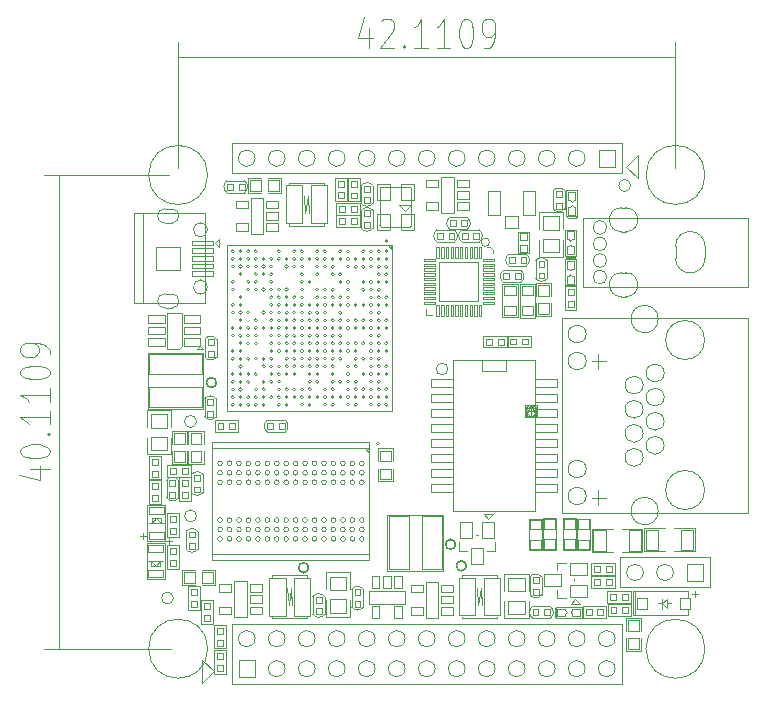
<source format=gbr>
G04 #@! TF.FileFunction,Drawing*
%FSLAX46Y46*%
G04 Gerber Fmt 4.6, Leading zero omitted, Abs format (unit mm)*
G04 Created by KiCad (PCBNEW 4.0.5-e0-6337~49~ubuntu16.04.1) date Wed Jan 25 22:29:53 2017*
%MOMM*%
%LPD*%
G01*
G04 APERTURE LIST*
%ADD10C,0.100000*%
G04 APERTURE END LIST*
D10*
X162762815Y-81357963D02*
X148762437Y-81357989D01*
X162762764Y-95358443D02*
X162762815Y-81357963D01*
X148762335Y-95358418D02*
X162762764Y-95358443D01*
X148762437Y-81357989D02*
X148762335Y-95358418D01*
X162361470Y-81357963D02*
X162762815Y-81759309D01*
X162562181Y-81358116D02*
X162762764Y-81558700D01*
X162136426Y-81008231D02*
G75*
G02X162388800Y-81008231I126187J4D01*
G01*
X162388800Y-81008231D02*
G75*
G02X162136426Y-81008231I-126187J4D01*
G01*
X162402161Y-94858140D02*
G75*
G03X162402161Y-94858140I-139700J0D01*
G01*
X161101655Y-94858140D02*
G75*
G03X161101655Y-94858140I-139700J0D01*
G01*
X161751844Y-94858140D02*
G75*
G03X161751844Y-94858140I-139700J0D01*
G01*
X159153450Y-94858140D02*
G75*
G03X159153450Y-94858140I-139700J0D01*
G01*
X159801150Y-94858140D02*
G75*
G03X159801150Y-94858140I-139700J0D01*
G01*
X157852944Y-94858140D02*
G75*
G03X157852944Y-94858140I-139700J0D01*
G01*
X155902250Y-94858140D02*
G75*
G03X155902250Y-94858140I-139700J0D01*
G01*
X157202755Y-94858140D02*
G75*
G03X157202755Y-94858140I-139700J0D01*
G01*
X155252061Y-94858140D02*
G75*
G03X155252061Y-94858140I-139700J0D01*
G01*
X153301239Y-94858140D02*
G75*
G03X153301239Y-94858140I-139700J0D01*
G01*
X153951555Y-94858140D02*
G75*
G03X153951555Y-94858140I-139700J0D01*
G01*
X151353161Y-94858140D02*
G75*
G03X151353161Y-94858140I-139700J0D01*
G01*
X152003350Y-94858140D02*
G75*
G03X152003350Y-94858140I-139700J0D01*
G01*
X150052655Y-94858140D02*
G75*
G03X150052655Y-94858140I-139700J0D01*
G01*
X150702844Y-94858140D02*
G75*
G03X150702844Y-94858140I-139700J0D01*
G01*
X149402339Y-94858140D02*
G75*
G03X149402339Y-94858140I-139700J0D01*
G01*
X162402161Y-94207823D02*
G75*
G03X162402161Y-94207823I-139700J0D01*
G01*
X162402161Y-93557634D02*
G75*
G03X162402161Y-93557634I-139700J0D01*
G01*
X160451339Y-94207823D02*
G75*
G03X160451339Y-94207823I-139700J0D01*
G01*
X160451339Y-93557634D02*
G75*
G03X160451339Y-93557634I-139700J0D01*
G01*
X161101655Y-94207823D02*
G75*
G03X161101655Y-94207823I-139700J0D01*
G01*
X161101655Y-93557634D02*
G75*
G03X161101655Y-93557634I-139700J0D01*
G01*
X161751844Y-94207823D02*
G75*
G03X161751844Y-94207823I-139700J0D01*
G01*
X161751844Y-93557634D02*
G75*
G03X161751844Y-93557634I-139700J0D01*
G01*
X159153450Y-94207823D02*
G75*
G03X159153450Y-94207823I-139700J0D01*
G01*
X159153450Y-93557634D02*
G75*
G03X159153450Y-93557634I-139700J0D01*
G01*
X159801150Y-94207823D02*
G75*
G03X159801150Y-94207823I-139700J0D01*
G01*
X159801150Y-93557634D02*
G75*
G03X159801150Y-93557634I-139700J0D01*
G01*
X157852944Y-94207823D02*
G75*
G03X157852944Y-94207823I-139700J0D01*
G01*
X157852944Y-93557634D02*
G75*
G03X157852944Y-93557634I-139700J0D01*
G01*
X158503261Y-94207823D02*
G75*
G03X158503261Y-94207823I-139700J0D01*
G01*
X155902250Y-94207823D02*
G75*
G03X155902250Y-94207823I-139700J0D01*
G01*
X155902250Y-93557634D02*
G75*
G03X155902250Y-93557634I-139700J0D01*
G01*
X156552439Y-94207823D02*
G75*
G03X156552439Y-94207823I-139700J0D01*
G01*
X157202755Y-94207823D02*
G75*
G03X157202755Y-94207823I-139700J0D01*
G01*
X157202755Y-93557634D02*
G75*
G03X157202755Y-93557634I-139700J0D01*
G01*
X154601744Y-94207823D02*
G75*
G03X154601744Y-94207823I-139700J0D01*
G01*
X154601744Y-93557634D02*
G75*
G03X154601744Y-93557634I-139700J0D01*
G01*
X155252061Y-94207823D02*
G75*
G03X155252061Y-94207823I-139700J0D01*
G01*
X155252061Y-93557634D02*
G75*
G03X155252061Y-93557634I-139700J0D01*
G01*
X153301239Y-94207823D02*
G75*
G03X153301239Y-94207823I-139700J0D01*
G01*
X153301239Y-93557634D02*
G75*
G03X153301239Y-93557634I-139700J0D01*
G01*
X153951555Y-94207823D02*
G75*
G03X153951555Y-94207823I-139700J0D01*
G01*
X153951555Y-93557634D02*
G75*
G03X153951555Y-93557634I-139700J0D01*
G01*
X151353161Y-94207823D02*
G75*
G03X151353161Y-94207823I-139700J0D01*
G01*
X151353161Y-93557634D02*
G75*
G03X151353161Y-93557634I-139700J0D01*
G01*
X152003350Y-94207823D02*
G75*
G03X152003350Y-94207823I-139700J0D01*
G01*
X152003350Y-93557634D02*
G75*
G03X152003350Y-93557634I-139700J0D01*
G01*
X152651050Y-94207823D02*
G75*
G03X152651050Y-94207823I-139700J0D01*
G01*
X150052655Y-94207823D02*
G75*
G03X150052655Y-94207823I-139700J0D01*
G01*
X150052655Y-93557634D02*
G75*
G03X150052655Y-93557634I-139700J0D01*
G01*
X150702844Y-94207823D02*
G75*
G03X150702844Y-94207823I-139700J0D01*
G01*
X149402339Y-94207823D02*
G75*
G03X149402339Y-94207823I-139700J0D01*
G01*
X149402339Y-93557634D02*
G75*
G03X149402339Y-93557634I-139700J0D01*
G01*
X162402161Y-92257129D02*
G75*
G03X162402161Y-92257129I-139700J0D01*
G01*
X162402161Y-91609429D02*
G75*
G03X162402161Y-91609429I-139700J0D01*
G01*
X160451339Y-92257129D02*
G75*
G03X160451339Y-92257129I-139700J0D01*
G01*
X161101655Y-92907318D02*
G75*
G03X161101655Y-92907318I-139700J0D01*
G01*
X161101655Y-92257129D02*
G75*
G03X161101655Y-92257129I-139700J0D01*
G01*
X161101655Y-91609429D02*
G75*
G03X161101655Y-91609429I-139700J0D01*
G01*
X161751844Y-92907318D02*
G75*
G03X161751844Y-92907318I-139700J0D01*
G01*
X161751844Y-92257129D02*
G75*
G03X161751844Y-92257129I-139700J0D01*
G01*
X161751844Y-91609429D02*
G75*
G03X161751844Y-91609429I-139700J0D01*
G01*
X159153450Y-92907318D02*
G75*
G03X159153450Y-92907318I-139700J0D01*
G01*
X159153450Y-92257129D02*
G75*
G03X159153450Y-92257129I-139700J0D01*
G01*
X159153450Y-91609429D02*
G75*
G03X159153450Y-91609429I-139700J0D01*
G01*
X159801150Y-92907318D02*
G75*
G03X159801150Y-92907318I-139700J0D01*
G01*
X159801150Y-91609429D02*
G75*
G03X159801150Y-91609429I-139700J0D01*
G01*
X157852944Y-92907318D02*
G75*
G03X157852944Y-92907318I-139700J0D01*
G01*
X157852944Y-92257129D02*
G75*
G03X157852944Y-92257129I-139700J0D01*
G01*
X157852944Y-91609429D02*
G75*
G03X157852944Y-91609429I-139700J0D01*
G01*
X158503261Y-92907318D02*
G75*
G03X158503261Y-92907318I-139700J0D01*
G01*
X155902250Y-92907318D02*
G75*
G03X155902250Y-92907318I-139700J0D01*
G01*
X155902250Y-92257129D02*
G75*
G03X155902250Y-92257129I-139700J0D01*
G01*
X155902250Y-91609429D02*
G75*
G03X155902250Y-91609429I-139700J0D01*
G01*
X156552439Y-92907318D02*
G75*
G03X156552439Y-92907318I-139700J0D01*
G01*
X156552439Y-92257129D02*
G75*
G03X156552439Y-92257129I-139700J0D01*
G01*
X156552439Y-91609429D02*
G75*
G03X156552439Y-91609429I-139700J0D01*
G01*
X157202755Y-91609429D02*
G75*
G03X157202755Y-91609429I-139700J0D01*
G01*
X154601744Y-92257129D02*
G75*
G03X154601744Y-92257129I-139700J0D01*
G01*
X154601744Y-91609429D02*
G75*
G03X154601744Y-91609429I-139700J0D01*
G01*
X155252061Y-91609429D02*
G75*
G03X155252061Y-91609429I-139700J0D01*
G01*
X153301239Y-92907318D02*
G75*
G03X153301239Y-92907318I-139700J0D01*
G01*
X153301239Y-92257129D02*
G75*
G03X153301239Y-92257129I-139700J0D01*
G01*
X153301239Y-91609429D02*
G75*
G03X153301239Y-91609429I-139700J0D01*
G01*
X153951555Y-92257129D02*
G75*
G03X153951555Y-92257129I-139700J0D01*
G01*
X153951555Y-91609429D02*
G75*
G03X153951555Y-91609429I-139700J0D01*
G01*
X151353161Y-92257129D02*
G75*
G03X151353161Y-92257129I-139700J0D01*
G01*
X152003350Y-92907318D02*
G75*
G03X152003350Y-92907318I-139700J0D01*
G01*
X152003350Y-91609429D02*
G75*
G03X152003350Y-91609429I-139700J0D01*
G01*
X152651050Y-92907318D02*
G75*
G03X152651050Y-92907318I-139700J0D01*
G01*
X152651050Y-92257129D02*
G75*
G03X152651050Y-92257129I-139700J0D01*
G01*
X152651050Y-91609429D02*
G75*
G03X152651050Y-91609429I-139700J0D01*
G01*
X150052655Y-92907318D02*
G75*
G03X150052655Y-92907318I-139700J0D01*
G01*
X150052655Y-92257129D02*
G75*
G03X150052655Y-92257129I-139700J0D01*
G01*
X150052655Y-91609429D02*
G75*
G03X150052655Y-91609429I-139700J0D01*
G01*
X150702844Y-92907318D02*
G75*
G03X150702844Y-92907318I-139700J0D01*
G01*
X150702844Y-92257129D02*
G75*
G03X150702844Y-92257129I-139700J0D01*
G01*
X149402339Y-92907318D02*
G75*
G03X149402339Y-92907318I-139700J0D01*
G01*
X149402339Y-92257129D02*
G75*
G03X149402339Y-92257129I-139700J0D01*
G01*
X162402161Y-90308923D02*
G75*
G03X162402161Y-90308923I-139700J0D01*
G01*
X160451339Y-90959240D02*
G75*
G03X160451339Y-90959240I-139700J0D01*
G01*
X161101655Y-90959240D02*
G75*
G03X161101655Y-90959240I-139700J0D01*
G01*
X161101655Y-90308923D02*
G75*
G03X161101655Y-90308923I-139700J0D01*
G01*
X161751844Y-90959240D02*
G75*
G03X161751844Y-90959240I-139700J0D01*
G01*
X161751844Y-90308923D02*
G75*
G03X161751844Y-90308923I-139700J0D01*
G01*
X159153450Y-90308923D02*
G75*
G03X159153450Y-90308923I-139700J0D01*
G01*
X159801150Y-90959240D02*
G75*
G03X159801150Y-90959240I-139700J0D01*
G01*
X159801150Y-90308923D02*
G75*
G03X159801150Y-90308923I-139700J0D01*
G01*
X157852944Y-90959240D02*
G75*
G03X157852944Y-90959240I-139700J0D01*
G01*
X157852944Y-90308923D02*
G75*
G03X157852944Y-90308923I-139700J0D01*
G01*
X158503261Y-90959240D02*
G75*
G03X158503261Y-90959240I-139700J0D01*
G01*
X158503261Y-90308923D02*
G75*
G03X158503261Y-90308923I-139700J0D01*
G01*
X155902250Y-90959240D02*
G75*
G03X155902250Y-90959240I-139700J0D01*
G01*
X155902250Y-90308923D02*
G75*
G03X155902250Y-90308923I-139700J0D01*
G01*
X156552439Y-90959240D02*
G75*
G03X156552439Y-90959240I-139700J0D01*
G01*
X156552439Y-90308923D02*
G75*
G03X156552439Y-90308923I-139700J0D01*
G01*
X157202755Y-90959240D02*
G75*
G03X157202755Y-90959240I-139700J0D01*
G01*
X157202755Y-90308923D02*
G75*
G03X157202755Y-90308923I-139700J0D01*
G01*
X154601744Y-90959240D02*
G75*
G03X154601744Y-90959240I-139700J0D01*
G01*
X154601744Y-90308923D02*
G75*
G03X154601744Y-90308923I-139700J0D01*
G01*
X155252061Y-90959240D02*
G75*
G03X155252061Y-90959240I-139700J0D01*
G01*
X155252061Y-90308923D02*
G75*
G03X155252061Y-90308923I-139700J0D01*
G01*
X153301239Y-90308923D02*
G75*
G03X153301239Y-90308923I-139700J0D01*
G01*
X153951555Y-90959240D02*
G75*
G03X153951555Y-90959240I-139700J0D01*
G01*
X153951555Y-90308923D02*
G75*
G03X153951555Y-90308923I-139700J0D01*
G01*
X151353161Y-90959240D02*
G75*
G03X151353161Y-90959240I-139700J0D01*
G01*
X152003350Y-90959240D02*
G75*
G03X152003350Y-90959240I-139700J0D01*
G01*
X152651050Y-90959240D02*
G75*
G03X152651050Y-90959240I-139700J0D01*
G01*
X152651050Y-90308923D02*
G75*
G03X152651050Y-90308923I-139700J0D01*
G01*
X150052655Y-90959240D02*
G75*
G03X150052655Y-90959240I-139700J0D01*
G01*
X150052655Y-90308923D02*
G75*
G03X150052655Y-90308923I-139700J0D01*
G01*
X150702844Y-90959240D02*
G75*
G03X150702844Y-90959240I-139700J0D01*
G01*
X149402339Y-90959240D02*
G75*
G03X149402339Y-90959240I-139700J0D01*
G01*
X149402339Y-90308923D02*
G75*
G03X149402339Y-90308923I-139700J0D01*
G01*
X162402161Y-89658734D02*
G75*
G03X162402161Y-89658734I-139700J0D01*
G01*
X160451339Y-89658734D02*
G75*
G03X160451339Y-89658734I-139700J0D01*
G01*
X161101655Y-89658734D02*
G75*
G03X161101655Y-89658734I-139700J0D01*
G01*
X161101655Y-89008418D02*
G75*
G03X161101655Y-89008418I-139700J0D01*
G01*
X161751844Y-89658734D02*
G75*
G03X161751844Y-89658734I-139700J0D01*
G01*
X161751844Y-89008418D02*
G75*
G03X161751844Y-89008418I-139700J0D01*
G01*
X159153450Y-89658734D02*
G75*
G03X159153450Y-89658734I-139700J0D01*
G01*
X159801150Y-89658734D02*
G75*
G03X159801150Y-89658734I-139700J0D01*
G01*
X157852944Y-89658734D02*
G75*
G03X157852944Y-89658734I-139700J0D01*
G01*
X157852944Y-89008418D02*
G75*
G03X157852944Y-89008418I-139700J0D01*
G01*
X158503261Y-89658734D02*
G75*
G03X158503261Y-89658734I-139700J0D01*
G01*
X158503261Y-89008418D02*
G75*
G03X158503261Y-89008418I-139700J0D01*
G01*
X155902250Y-89658734D02*
G75*
G03X155902250Y-89658734I-139700J0D01*
G01*
X155902250Y-89008418D02*
G75*
G03X155902250Y-89008418I-139700J0D01*
G01*
X156552439Y-89658734D02*
G75*
G03X156552439Y-89658734I-139700J0D01*
G01*
X156552439Y-89008418D02*
G75*
G03X156552439Y-89008418I-139700J0D01*
G01*
X157202755Y-89658734D02*
G75*
G03X157202755Y-89658734I-139700J0D01*
G01*
X157202755Y-89008418D02*
G75*
G03X157202755Y-89008418I-139700J0D01*
G01*
X154601744Y-89658734D02*
G75*
G03X154601744Y-89658734I-139700J0D01*
G01*
X154601744Y-89008418D02*
G75*
G03X154601744Y-89008418I-139700J0D01*
G01*
X155252061Y-89658734D02*
G75*
G03X155252061Y-89658734I-139700J0D01*
G01*
X155252061Y-89008418D02*
G75*
G03X155252061Y-89008418I-139700J0D01*
G01*
X153301239Y-89658734D02*
G75*
G03X153301239Y-89658734I-139700J0D01*
G01*
X153301239Y-89008418D02*
G75*
G03X153301239Y-89008418I-139700J0D01*
G01*
X153951555Y-89658734D02*
G75*
G03X153951555Y-89658734I-139700J0D01*
G01*
X153951555Y-89008418D02*
G75*
G03X153951555Y-89008418I-139700J0D01*
G01*
X151353161Y-89658734D02*
G75*
G03X151353161Y-89658734I-139700J0D01*
G01*
X151353161Y-89008418D02*
G75*
G03X151353161Y-89008418I-139700J0D01*
G01*
X152651050Y-89658734D02*
G75*
G03X152651050Y-89658734I-139700J0D01*
G01*
X152651050Y-89008418D02*
G75*
G03X152651050Y-89008418I-139700J0D01*
G01*
X150052655Y-89658734D02*
G75*
G03X150052655Y-89658734I-139700J0D01*
G01*
X150052655Y-89008418D02*
G75*
G03X150052655Y-89008418I-139700J0D01*
G01*
X150702844Y-89658734D02*
G75*
G03X150702844Y-89658734I-139700J0D01*
G01*
X150702844Y-89008418D02*
G75*
G03X150702844Y-89008418I-139700J0D01*
G01*
X149402339Y-89008418D02*
G75*
G03X149402339Y-89008418I-139700J0D01*
G01*
X162402161Y-88358229D02*
G75*
G03X162402161Y-88358229I-139700J0D01*
G01*
X162402161Y-87708040D02*
G75*
G03X162402161Y-87708040I-139700J0D01*
G01*
X160451339Y-88358229D02*
G75*
G03X160451339Y-88358229I-139700J0D01*
G01*
X160451339Y-87708040D02*
G75*
G03X160451339Y-87708040I-139700J0D01*
G01*
X161101655Y-88358229D02*
G75*
G03X161101655Y-88358229I-139700J0D01*
G01*
X161101655Y-87708040D02*
G75*
G03X161101655Y-87708040I-139700J0D01*
G01*
X161101655Y-87057723D02*
G75*
G03X161101655Y-87057723I-139700J0D01*
G01*
X161751844Y-88358229D02*
G75*
G03X161751844Y-88358229I-139700J0D01*
G01*
X161751844Y-87708040D02*
G75*
G03X161751844Y-87708040I-139700J0D01*
G01*
X161751844Y-87057723D02*
G75*
G03X161751844Y-87057723I-139700J0D01*
G01*
X159153450Y-88358229D02*
G75*
G03X159153450Y-88358229I-139700J0D01*
G01*
X159153450Y-87708040D02*
G75*
G03X159153450Y-87708040I-139700J0D01*
G01*
X159801150Y-88358229D02*
G75*
G03X159801150Y-88358229I-139700J0D01*
G01*
X159801150Y-87708040D02*
G75*
G03X159801150Y-87708040I-139700J0D01*
G01*
X157852944Y-88358229D02*
G75*
G03X157852944Y-88358229I-139700J0D01*
G01*
X157852944Y-87708040D02*
G75*
G03X157852944Y-87708040I-139700J0D01*
G01*
X158503261Y-88358229D02*
G75*
G03X158503261Y-88358229I-139700J0D01*
G01*
X158503261Y-87708040D02*
G75*
G03X158503261Y-87708040I-139700J0D01*
G01*
X158503261Y-87057723D02*
G75*
G03X158503261Y-87057723I-139700J0D01*
G01*
X155902250Y-88358229D02*
G75*
G03X155902250Y-88358229I-139700J0D01*
G01*
X155902250Y-87708040D02*
G75*
G03X155902250Y-87708040I-139700J0D01*
G01*
X155902250Y-87057723D02*
G75*
G03X155902250Y-87057723I-139700J0D01*
G01*
X156552439Y-88358229D02*
G75*
G03X156552439Y-88358229I-139700J0D01*
G01*
X156552439Y-87708040D02*
G75*
G03X156552439Y-87708040I-139700J0D01*
G01*
X156552439Y-87057723D02*
G75*
G03X156552439Y-87057723I-139700J0D01*
G01*
X157202755Y-88358229D02*
G75*
G03X157202755Y-88358229I-139700J0D01*
G01*
X157202755Y-87708040D02*
G75*
G03X157202755Y-87708040I-139700J0D01*
G01*
X157202755Y-87057723D02*
G75*
G03X157202755Y-87057723I-139700J0D01*
G01*
X154601744Y-88358229D02*
G75*
G03X154601744Y-88358229I-139700J0D01*
G01*
X154601744Y-87708040D02*
G75*
G03X154601744Y-87708040I-139700J0D01*
G01*
X154601744Y-87057723D02*
G75*
G03X154601744Y-87057723I-139700J0D01*
G01*
X155252061Y-88358229D02*
G75*
G03X155252061Y-88358229I-139700J0D01*
G01*
X155252061Y-87708040D02*
G75*
G03X155252061Y-87708040I-139700J0D01*
G01*
X155252061Y-87057723D02*
G75*
G03X155252061Y-87057723I-139700J0D01*
G01*
X153301239Y-88358229D02*
G75*
G03X153301239Y-88358229I-139700J0D01*
G01*
X153301239Y-87708040D02*
G75*
G03X153301239Y-87708040I-139700J0D01*
G01*
X153301239Y-87057723D02*
G75*
G03X153301239Y-87057723I-139700J0D01*
G01*
X153951555Y-88358229D02*
G75*
G03X153951555Y-88358229I-139700J0D01*
G01*
X153951555Y-87708040D02*
G75*
G03X153951555Y-87708040I-139700J0D01*
G01*
X153951555Y-87057723D02*
G75*
G03X153951555Y-87057723I-139700J0D01*
G01*
X151353161Y-88358229D02*
G75*
G03X151353161Y-88358229I-139700J0D01*
G01*
X151353161Y-87708040D02*
G75*
G03X151353161Y-87708040I-139700J0D01*
G01*
X152003350Y-88358229D02*
G75*
G03X152003350Y-88358229I-139700J0D01*
G01*
X152003350Y-87057723D02*
G75*
G03X152003350Y-87057723I-139700J0D01*
G01*
X152651050Y-88358229D02*
G75*
G03X152651050Y-88358229I-139700J0D01*
G01*
X152651050Y-87708040D02*
G75*
G03X152651050Y-87708040I-139700J0D01*
G01*
X152651050Y-87057723D02*
G75*
G03X152651050Y-87057723I-139700J0D01*
G01*
X150052655Y-88358229D02*
G75*
G03X150052655Y-88358229I-139700J0D01*
G01*
X150052655Y-87708040D02*
G75*
G03X150052655Y-87708040I-139700J0D01*
G01*
X150052655Y-87057723D02*
G75*
G03X150052655Y-87057723I-139700J0D01*
G01*
X150702844Y-88358229D02*
G75*
G03X150702844Y-88358229I-139700J0D01*
G01*
X150702844Y-87057723D02*
G75*
G03X150702844Y-87057723I-139700J0D01*
G01*
X149402339Y-88358229D02*
G75*
G03X149402339Y-88358229I-139700J0D01*
G01*
X149402339Y-87057723D02*
G75*
G03X149402339Y-87057723I-139700J0D01*
G01*
X162402161Y-86407534D02*
G75*
G03X162402161Y-86407534I-139700J0D01*
G01*
X162402161Y-85757218D02*
G75*
G03X162402161Y-85757218I-139700J0D01*
G01*
X160451339Y-86407534D02*
G75*
G03X160451339Y-86407534I-139700J0D01*
G01*
X161101655Y-86407534D02*
G75*
G03X161101655Y-86407534I-139700J0D01*
G01*
X161101655Y-85757218D02*
G75*
G03X161101655Y-85757218I-139700J0D01*
G01*
X161751844Y-86407534D02*
G75*
G03X161751844Y-86407534I-139700J0D01*
G01*
X161751844Y-85757218D02*
G75*
G03X161751844Y-85757218I-139700J0D01*
G01*
X159153450Y-86407534D02*
G75*
G03X159153450Y-86407534I-139700J0D01*
G01*
X159153450Y-85757218D02*
G75*
G03X159153450Y-85757218I-139700J0D01*
G01*
X159801150Y-86407534D02*
G75*
G03X159801150Y-86407534I-139700J0D01*
G01*
X157852944Y-86407534D02*
G75*
G03X157852944Y-86407534I-139700J0D01*
G01*
X157852944Y-85757218D02*
G75*
G03X157852944Y-85757218I-139700J0D01*
G01*
X158503261Y-86407534D02*
G75*
G03X158503261Y-86407534I-139700J0D01*
G01*
X158503261Y-85757218D02*
G75*
G03X158503261Y-85757218I-139700J0D01*
G01*
X155902250Y-86407534D02*
G75*
G03X155902250Y-86407534I-139700J0D01*
G01*
X156552439Y-86407534D02*
G75*
G03X156552439Y-86407534I-139700J0D01*
G01*
X156552439Y-85757218D02*
G75*
G03X156552439Y-85757218I-139700J0D01*
G01*
X157202755Y-86407534D02*
G75*
G03X157202755Y-86407534I-139700J0D01*
G01*
X157202755Y-85757218D02*
G75*
G03X157202755Y-85757218I-139700J0D01*
G01*
X154601744Y-86407534D02*
G75*
G03X154601744Y-86407534I-139700J0D01*
G01*
X154601744Y-85757218D02*
G75*
G03X154601744Y-85757218I-139700J0D01*
G01*
X155252061Y-86407534D02*
G75*
G03X155252061Y-86407534I-139700J0D01*
G01*
X155252061Y-85757218D02*
G75*
G03X155252061Y-85757218I-139700J0D01*
G01*
X153301239Y-86407534D02*
G75*
G03X153301239Y-86407534I-139700J0D01*
G01*
X153301239Y-85757218D02*
G75*
G03X153301239Y-85757218I-139700J0D01*
G01*
X153951555Y-86407534D02*
G75*
G03X153951555Y-86407534I-139700J0D01*
G01*
X153951555Y-85757218D02*
G75*
G03X153951555Y-85757218I-139700J0D01*
G01*
X152651050Y-86407534D02*
G75*
G03X152651050Y-86407534I-139700J0D01*
G01*
X152651050Y-85757218D02*
G75*
G03X152651050Y-85757218I-139700J0D01*
G01*
X150052655Y-86407534D02*
G75*
G03X150052655Y-86407534I-139700J0D01*
G01*
X150052655Y-85757218D02*
G75*
G03X150052655Y-85757218I-139700J0D01*
G01*
X149402339Y-86407534D02*
G75*
G03X149402339Y-86407534I-139700J0D01*
G01*
X162402161Y-84459329D02*
G75*
G03X162402161Y-84459329I-139700J0D01*
G01*
X162402161Y-83809140D02*
G75*
G03X162402161Y-83809140I-139700J0D01*
G01*
X160451339Y-85107029D02*
G75*
G03X160451339Y-85107029I-139700J0D01*
G01*
X160451339Y-84459329D02*
G75*
G03X160451339Y-84459329I-139700J0D01*
G01*
X161101655Y-85107029D02*
G75*
G03X161101655Y-85107029I-139700J0D01*
G01*
X161101655Y-84459329D02*
G75*
G03X161101655Y-84459329I-139700J0D01*
G01*
X161751844Y-85107029D02*
G75*
G03X161751844Y-85107029I-139700J0D01*
G01*
X161751844Y-84459329D02*
G75*
G03X161751844Y-84459329I-139700J0D01*
G01*
X161751844Y-83809140D02*
G75*
G03X161751844Y-83809140I-139700J0D01*
G01*
X159153450Y-85107029D02*
G75*
G03X159153450Y-85107029I-139700J0D01*
G01*
X159153450Y-84459329D02*
G75*
G03X159153450Y-84459329I-139700J0D01*
G01*
X157852944Y-85107029D02*
G75*
G03X157852944Y-85107029I-139700J0D01*
G01*
X157852944Y-83809140D02*
G75*
G03X157852944Y-83809140I-139700J0D01*
G01*
X158503261Y-84459329D02*
G75*
G03X158503261Y-84459329I-139700J0D01*
G01*
X158503261Y-83809140D02*
G75*
G03X158503261Y-83809140I-139700J0D01*
G01*
X155902250Y-84459329D02*
G75*
G03X155902250Y-84459329I-139700J0D01*
G01*
X156552439Y-85107029D02*
G75*
G03X156552439Y-85107029I-139700J0D01*
G01*
X156552439Y-83809140D02*
G75*
G03X156552439Y-83809140I-139700J0D01*
G01*
X157202755Y-85107029D02*
G75*
G03X157202755Y-85107029I-139700J0D01*
G01*
X151353161Y-83158823D02*
G75*
G03X151353161Y-83158823I-139700J0D01*
G01*
X155252061Y-85107029D02*
G75*
G03X155252061Y-85107029I-139700J0D01*
G01*
X155252061Y-84459329D02*
G75*
G03X155252061Y-84459329I-139700J0D01*
G01*
X155252061Y-83809140D02*
G75*
G03X155252061Y-83809140I-139700J0D01*
G01*
X153301239Y-85107029D02*
G75*
G03X153301239Y-85107029I-139700J0D01*
G01*
X153951555Y-85107029D02*
G75*
G03X153951555Y-85107029I-139700J0D01*
G01*
X151353161Y-85107029D02*
G75*
G03X151353161Y-85107029I-139700J0D01*
G01*
X151353161Y-84459329D02*
G75*
G03X151353161Y-84459329I-139700J0D01*
G01*
X151353161Y-83809140D02*
G75*
G03X151353161Y-83809140I-139700J0D01*
G01*
X152003350Y-85107029D02*
G75*
G03X152003350Y-85107029I-139700J0D01*
G01*
X152003350Y-83809140D02*
G75*
G03X152003350Y-83809140I-139700J0D01*
G01*
X152651050Y-85107029D02*
G75*
G03X152651050Y-85107029I-139700J0D01*
G01*
X152651050Y-84459329D02*
G75*
G03X152651050Y-84459329I-139700J0D01*
G01*
X152651050Y-83809140D02*
G75*
G03X152651050Y-83809140I-139700J0D01*
G01*
X150052655Y-83809140D02*
G75*
G03X150052655Y-83809140I-139700J0D01*
G01*
X150702844Y-85107029D02*
G75*
G03X150702844Y-85107029I-139700J0D01*
G01*
X150702844Y-84459329D02*
G75*
G03X150702844Y-84459329I-139700J0D01*
G01*
X149402339Y-85107029D02*
G75*
G03X149402339Y-85107029I-139700J0D01*
G01*
X149402339Y-84459329D02*
G75*
G03X149402339Y-84459329I-139700J0D01*
G01*
X162402161Y-83158823D02*
G75*
G03X162402161Y-83158823I-139700J0D01*
G01*
X162402161Y-82508634D02*
G75*
G03X162402161Y-82508634I-139700J0D01*
G01*
X160451339Y-83158823D02*
G75*
G03X160451339Y-83158823I-139700J0D01*
G01*
X160451339Y-82508634D02*
G75*
G03X160451339Y-82508634I-139700J0D01*
G01*
X161101655Y-83158823D02*
G75*
G03X161101655Y-83158823I-139700J0D01*
G01*
X161101655Y-82508634D02*
G75*
G03X161101655Y-82508634I-139700J0D01*
G01*
X161751844Y-83158823D02*
G75*
G03X161751844Y-83158823I-139700J0D01*
G01*
X161751844Y-82508634D02*
G75*
G03X161751844Y-82508634I-139700J0D01*
G01*
X159153450Y-83158823D02*
G75*
G03X159153450Y-83158823I-139700J0D01*
G01*
X159153450Y-82508634D02*
G75*
G03X159153450Y-82508634I-139700J0D01*
G01*
X159801150Y-83158823D02*
G75*
G03X159801150Y-83158823I-139700J0D01*
G01*
X159801150Y-82508634D02*
G75*
G03X159801150Y-82508634I-139700J0D01*
G01*
X157852944Y-83158823D02*
G75*
G03X157852944Y-83158823I-139700J0D01*
G01*
X157852944Y-82508634D02*
G75*
G03X157852944Y-82508634I-139700J0D01*
G01*
X158503261Y-82508634D02*
G75*
G03X158503261Y-82508634I-139700J0D01*
G01*
X155902250Y-82508634D02*
G75*
G03X155902250Y-82508634I-139700J0D01*
G01*
X156552439Y-83158823D02*
G75*
G03X156552439Y-83158823I-139700J0D01*
G01*
X156552439Y-82508634D02*
G75*
G03X156552439Y-82508634I-139700J0D01*
G01*
X157202755Y-83158823D02*
G75*
G03X157202755Y-83158823I-139700J0D01*
G01*
X157202755Y-82508634D02*
G75*
G03X157202755Y-82508634I-139700J0D01*
G01*
X154601744Y-83158823D02*
G75*
G03X154601744Y-83158823I-139700J0D01*
G01*
X154601744Y-82508634D02*
G75*
G03X154601744Y-82508634I-139700J0D01*
G01*
X155252061Y-83158823D02*
G75*
G03X155252061Y-83158823I-139700J0D01*
G01*
X155252061Y-82508634D02*
G75*
G03X155252061Y-82508634I-139700J0D01*
G01*
X153301239Y-82508634D02*
G75*
G03X153301239Y-82508634I-139700J0D01*
G01*
X153951555Y-83158823D02*
G75*
G03X153951555Y-83158823I-139700J0D01*
G01*
X153951555Y-82508634D02*
G75*
G03X153951555Y-82508634I-139700J0D01*
G01*
X151353161Y-82508634D02*
G75*
G03X151353161Y-82508634I-139700J0D01*
G01*
X152003350Y-83158823D02*
G75*
G03X152003350Y-83158823I-139700J0D01*
G01*
X152003350Y-82508634D02*
G75*
G03X152003350Y-82508634I-139700J0D01*
G01*
X152651050Y-83158823D02*
G75*
G03X152651050Y-83158823I-139700J0D01*
G01*
X152651050Y-82508634D02*
G75*
G03X152651050Y-82508634I-139700J0D01*
G01*
X150052655Y-83158823D02*
G75*
G03X150052655Y-83158823I-139700J0D01*
G01*
X150052655Y-82508634D02*
G75*
G03X150052655Y-82508634I-139700J0D01*
G01*
X150702844Y-83158823D02*
G75*
G03X150702844Y-83158823I-139700J0D01*
G01*
X150702844Y-82508634D02*
G75*
G03X150702844Y-82508634I-139700J0D01*
G01*
X149402339Y-83158823D02*
G75*
G03X149402339Y-83158823I-139700J0D01*
G01*
X149402339Y-82508634D02*
G75*
G03X149402339Y-82508634I-139700J0D01*
G01*
X162402161Y-81858318D02*
G75*
G03X162402161Y-81858318I-139700J0D01*
G01*
X160451339Y-81858318D02*
G75*
G03X160451339Y-81858318I-139700J0D01*
G01*
X161101655Y-81858318D02*
G75*
G03X161101655Y-81858318I-139700J0D01*
G01*
X161751844Y-81858318D02*
G75*
G03X161751844Y-81858318I-139700J0D01*
G01*
X159153450Y-81858318D02*
G75*
G03X159153450Y-81858318I-139700J0D01*
G01*
X158503261Y-81858318D02*
G75*
G03X158503261Y-81858318I-139700J0D01*
G01*
X156552439Y-81858318D02*
G75*
G03X156552439Y-81858318I-139700J0D01*
G01*
X157202755Y-81858318D02*
G75*
G03X157202755Y-81858318I-139700J0D01*
G01*
X154601744Y-81858318D02*
G75*
G03X154601744Y-81858318I-139700J0D01*
G01*
X155252061Y-81858318D02*
G75*
G03X155252061Y-81858318I-139700J0D01*
G01*
X153301239Y-81858318D02*
G75*
G03X153301239Y-81858318I-139700J0D01*
G01*
X151353161Y-81858318D02*
G75*
G03X151353161Y-81858318I-139700J0D01*
G01*
X150052655Y-81858318D02*
G75*
G03X150052655Y-81858318I-139700J0D01*
G01*
X150702844Y-81858318D02*
G75*
G03X150702844Y-81858318I-139700J0D01*
G01*
X149402339Y-81858318D02*
G75*
G03X149402339Y-81858318I-139700J0D01*
G01*
X147533001Y-107520268D02*
X147533001Y-98520261D01*
X160832999Y-107520268D02*
X147533001Y-107520268D01*
X160832999Y-98520261D02*
X160832999Y-107520268D01*
X147533001Y-98520261D02*
X160832999Y-98520261D01*
X147533001Y-98016477D02*
X147533001Y-98520261D01*
X160832999Y-98016477D02*
X147533001Y-98016477D01*
X160832999Y-98520261D02*
X160832999Y-98016477D01*
X147533001Y-108024077D02*
X147533001Y-107520268D01*
X160832999Y-108024077D02*
X147533001Y-108024077D01*
X160832999Y-107520268D02*
X160832999Y-108024077D01*
X161432592Y-98176674D02*
G75*
G02X161682502Y-98176650I124955J15D01*
G01*
X161682502Y-98176649D02*
G75*
G02X161432592Y-98176675I-124955J-10D01*
G01*
X160633000Y-98520261D02*
X160832999Y-98720260D01*
X160433000Y-98520261D02*
X160832999Y-98920260D01*
X148383012Y-106220271D02*
G75*
G03X148383012Y-106220271I-200000J0D01*
G01*
X148383012Y-105420272D02*
G75*
G03X148383012Y-105420272I-200000J0D01*
G01*
X148383012Y-104620274D02*
G75*
G03X148383012Y-104620274I-200000J0D01*
G01*
X148383012Y-101420280D02*
G75*
G03X148383012Y-101420280I-200000J0D01*
G01*
X148383012Y-100620282D02*
G75*
G03X148383012Y-100620282I-200000J0D01*
G01*
X148383012Y-99820284D02*
G75*
G03X148383012Y-99820284I-200000J0D01*
G01*
X149183010Y-106220271D02*
G75*
G03X149183010Y-106220271I-200000J0D01*
G01*
X149183010Y-105420272D02*
G75*
G03X149183010Y-105420272I-200000J0D01*
G01*
X149183010Y-104620274D02*
G75*
G03X149183010Y-104620274I-200000J0D01*
G01*
X149183010Y-101420280D02*
G75*
G03X149183010Y-101420280I-200000J0D01*
G01*
X149183010Y-100620282D02*
G75*
G03X149183010Y-100620282I-200000J0D01*
G01*
X149183010Y-99820284D02*
G75*
G03X149183010Y-99820284I-200000J0D01*
G01*
X149983008Y-106220271D02*
G75*
G03X149983008Y-106220271I-199999J0D01*
G01*
X149983008Y-105420272D02*
G75*
G03X149983008Y-105420272I-199999J0D01*
G01*
X149983008Y-104620274D02*
G75*
G03X149983008Y-104620274I-199999J0D01*
G01*
X149983008Y-101420280D02*
G75*
G03X149983008Y-101420280I-199999J0D01*
G01*
X149983008Y-100620282D02*
G75*
G03X149983008Y-100620282I-199999J0D01*
G01*
X149983008Y-99820284D02*
G75*
G03X149983008Y-99820284I-199999J0D01*
G01*
X150783007Y-106220271D02*
G75*
G03X150783007Y-106220271I-200000J0D01*
G01*
X150783007Y-105420272D02*
G75*
G03X150783007Y-105420272I-200000J0D01*
G01*
X150783007Y-104620274D02*
G75*
G03X150783007Y-104620274I-200000J0D01*
G01*
X150783007Y-101420280D02*
G75*
G03X150783007Y-101420280I-200000J0D01*
G01*
X150783007Y-100620282D02*
G75*
G03X150783007Y-100620282I-200000J0D01*
G01*
X150783007Y-99820284D02*
G75*
G03X150783007Y-99820284I-200000J0D01*
G01*
X151583005Y-106220271D02*
G75*
G03X151583005Y-106220271I-199999J0D01*
G01*
X151583005Y-105420272D02*
G75*
G03X151583005Y-105420272I-199999J0D01*
G01*
X151583005Y-104620274D02*
G75*
G03X151583005Y-104620274I-199999J0D01*
G01*
X151583005Y-101420280D02*
G75*
G03X151583005Y-101420280I-199999J0D01*
G01*
X151583005Y-100620282D02*
G75*
G03X151583005Y-100620282I-199999J0D01*
G01*
X151583005Y-99820284D02*
G75*
G03X151583005Y-99820284I-199999J0D01*
G01*
X152383004Y-106220271D02*
G75*
G03X152383004Y-106220271I-200000J0D01*
G01*
X152383004Y-105420272D02*
G75*
G03X152383004Y-105420272I-200000J0D01*
G01*
X152383004Y-104620274D02*
G75*
G03X152383004Y-104620274I-200000J0D01*
G01*
X152383004Y-101420280D02*
G75*
G03X152383004Y-101420280I-200000J0D01*
G01*
X152383004Y-100620282D02*
G75*
G03X152383004Y-100620282I-200000J0D01*
G01*
X152383004Y-99820284D02*
G75*
G03X152383004Y-99820284I-200000J0D01*
G01*
X153183002Y-106220271D02*
G75*
G03X153183002Y-106220271I-200000J0D01*
G01*
X153183002Y-105420272D02*
G75*
G03X153183002Y-105420272I-200000J0D01*
G01*
X153183002Y-104620274D02*
G75*
G03X153183002Y-104620274I-200000J0D01*
G01*
X153183002Y-101420280D02*
G75*
G03X153183002Y-101420280I-200000J0D01*
G01*
X153183002Y-100620282D02*
G75*
G03X153183002Y-100620282I-200000J0D01*
G01*
X153183002Y-99820284D02*
G75*
G03X153183002Y-99820284I-200000J0D01*
G01*
X153983000Y-106220271D02*
G75*
G03X153983000Y-106220271I-199999J0D01*
G01*
X153983000Y-105420272D02*
G75*
G03X153983000Y-105420272I-199999J0D01*
G01*
X153983000Y-104620274D02*
G75*
G03X153983000Y-104620274I-199999J0D01*
G01*
X153983000Y-101420280D02*
G75*
G03X153983000Y-101420280I-199999J0D01*
G01*
X153983000Y-100620282D02*
G75*
G03X153983000Y-100620282I-199999J0D01*
G01*
X153983000Y-99820284D02*
G75*
G03X153983000Y-99820284I-199999J0D01*
G01*
X154782999Y-106220271D02*
G75*
G03X154782999Y-106220271I-200000J0D01*
G01*
X154782999Y-105420272D02*
G75*
G03X154782999Y-105420272I-200000J0D01*
G01*
X154782999Y-104620274D02*
G75*
G03X154782999Y-104620274I-200000J0D01*
G01*
X154782999Y-101420280D02*
G75*
G03X154782999Y-101420280I-200000J0D01*
G01*
X154782999Y-100620282D02*
G75*
G03X154782999Y-100620282I-200000J0D01*
G01*
X154782999Y-99820284D02*
G75*
G03X154782999Y-99820284I-200000J0D01*
G01*
X155582997Y-106220271D02*
G75*
G03X155582997Y-106220271I-199999J0D01*
G01*
X155582997Y-105420272D02*
G75*
G03X155582997Y-105420272I-199999J0D01*
G01*
X155582997Y-104620274D02*
G75*
G03X155582997Y-104620274I-199999J0D01*
G01*
X155582997Y-101420280D02*
G75*
G03X155582997Y-101420280I-199999J0D01*
G01*
X155582997Y-100620282D02*
G75*
G03X155582997Y-100620282I-199999J0D01*
G01*
X155582997Y-99820284D02*
G75*
G03X155582997Y-99820284I-199999J0D01*
G01*
X156382996Y-106220271D02*
G75*
G03X156382996Y-106220271I-200000J0D01*
G01*
X156382996Y-105420272D02*
G75*
G03X156382996Y-105420272I-200000J0D01*
G01*
X156382996Y-104620274D02*
G75*
G03X156382996Y-104620274I-200000J0D01*
G01*
X156382996Y-101420280D02*
G75*
G03X156382996Y-101420280I-200000J0D01*
G01*
X156382996Y-100620282D02*
G75*
G03X156382996Y-100620282I-200000J0D01*
G01*
X156382996Y-99820284D02*
G75*
G03X156382996Y-99820284I-200000J0D01*
G01*
X157182994Y-106220271D02*
G75*
G03X157182994Y-106220271I-200000J0D01*
G01*
X157182994Y-105420272D02*
G75*
G03X157182994Y-105420272I-200000J0D01*
G01*
X157182994Y-104620274D02*
G75*
G03X157182994Y-104620274I-200000J0D01*
G01*
X157182994Y-101420280D02*
G75*
G03X157182994Y-101420280I-200000J0D01*
G01*
X157182994Y-100620282D02*
G75*
G03X157182994Y-100620282I-200000J0D01*
G01*
X157182994Y-99820284D02*
G75*
G03X157182994Y-99820284I-200000J0D01*
G01*
X157982992Y-106220271D02*
G75*
G03X157982992Y-106220271I-199999J0D01*
G01*
X157982992Y-105420272D02*
G75*
G03X157982992Y-105420272I-199999J0D01*
G01*
X157982992Y-104620274D02*
G75*
G03X157982992Y-104620274I-199999J0D01*
G01*
X157982992Y-101420280D02*
G75*
G03X157982992Y-101420280I-199999J0D01*
G01*
X157982992Y-100620282D02*
G75*
G03X157982992Y-100620282I-199999J0D01*
G01*
X157982992Y-99820284D02*
G75*
G03X157982992Y-99820284I-199999J0D01*
G01*
X158782991Y-106220271D02*
G75*
G03X158782991Y-106220271I-200000J0D01*
G01*
X158782991Y-105420272D02*
G75*
G03X158782991Y-105420272I-200000J0D01*
G01*
X158782991Y-104620274D02*
G75*
G03X158782991Y-104620274I-200000J0D01*
G01*
X158782991Y-101420280D02*
G75*
G03X158782991Y-101420280I-200000J0D01*
G01*
X158782991Y-100620282D02*
G75*
G03X158782991Y-100620282I-200000J0D01*
G01*
X158782991Y-99820284D02*
G75*
G03X158782991Y-99820284I-200000J0D01*
G01*
X159582989Y-106220271D02*
G75*
G03X159582989Y-106220271I-199999J0D01*
G01*
X159582989Y-105420272D02*
G75*
G03X159582989Y-105420272I-199999J0D01*
G01*
X159582989Y-104620274D02*
G75*
G03X159582989Y-104620274I-199999J0D01*
G01*
X159582989Y-101420280D02*
G75*
G03X159582989Y-101420280I-199999J0D01*
G01*
X159582989Y-100620282D02*
G75*
G03X159582989Y-100620282I-199999J0D01*
G01*
X159582989Y-99820284D02*
G75*
G03X159582989Y-99820284I-199999J0D01*
G01*
X160382988Y-106220271D02*
G75*
G03X160382988Y-106220271I-200000J0D01*
G01*
X160382988Y-105420272D02*
G75*
G03X160382988Y-105420272I-200000J0D01*
G01*
X160382988Y-104620274D02*
G75*
G03X160382988Y-104620274I-200000J0D01*
G01*
X160382988Y-101420280D02*
G75*
G03X160382988Y-101420280I-200000J0D01*
G01*
X160382988Y-100620282D02*
G75*
G03X160382988Y-100620282I-200000J0D01*
G01*
X160382988Y-99820284D02*
G75*
G03X160382988Y-99820284I-200000J0D01*
G01*
X146189315Y-96271218D02*
G75*
G03X146189315Y-96271218I-508000J0D01*
G01*
X146189315Y-104272218D02*
G75*
G03X146189315Y-104272218I-508000J0D01*
G01*
X148093528Y-81516383D02*
X147743516Y-81166371D01*
X148093528Y-80816385D02*
X148093528Y-81516383D01*
X147743516Y-81166371D02*
X148093528Y-80816385D01*
X141693515Y-78666376D02*
X141693515Y-86266361D01*
X140893517Y-86266361D02*
X141693515Y-86266361D01*
X140893517Y-78666376D02*
X140893517Y-86266361D01*
X146893530Y-78666376D02*
X140893517Y-78666376D01*
X146893530Y-86266361D02*
X146893530Y-78666376D01*
X141693515Y-86266361D02*
X146893530Y-86266361D01*
X145843507Y-83966366D02*
X145843507Y-83566366D01*
X147543504Y-83966366D02*
X145843507Y-83966366D01*
X147543504Y-83566366D02*
X147543504Y-83966366D01*
X145843507Y-83566366D02*
X147543504Y-83566366D01*
X145843507Y-83316380D02*
X145843507Y-82916380D01*
X147543504Y-83316380D02*
X145843507Y-83316380D01*
X147543504Y-82916380D02*
X147543504Y-83316380D01*
X145843507Y-82916380D02*
X147543504Y-82916380D01*
X145843507Y-82666368D02*
X145843507Y-82266369D01*
X147543504Y-82666368D02*
X145843507Y-82666368D01*
X147543504Y-82266369D02*
X147543504Y-82666368D01*
X145843507Y-82266369D02*
X147543504Y-82266369D01*
X145843507Y-82016357D02*
X145843507Y-81616358D01*
X147543504Y-82016357D02*
X145843507Y-82016357D01*
X147543504Y-81616358D02*
X147543504Y-82016357D01*
X145843507Y-81616358D02*
X147543504Y-81616358D01*
X145843507Y-81366371D02*
X145843507Y-80966372D01*
X147543504Y-81366371D02*
X145843507Y-81366371D01*
X147543504Y-80966372D02*
X147543504Y-81366371D01*
X145843507Y-80966372D02*
X147543504Y-80966372D01*
X142793513Y-83466367D02*
X142793513Y-81466371D01*
X144793509Y-83466367D02*
X142793513Y-83466367D01*
X144793509Y-81466371D02*
X144793509Y-83466367D01*
X142793513Y-81466371D02*
X144793509Y-81466371D01*
X147123502Y-84891357D02*
G75*
G03X147123502Y-84891357I-599999J0D01*
G01*
X147123502Y-80041380D02*
G75*
G03X147123502Y-80041380I-599999J0D01*
G01*
X144093510Y-85466362D02*
G75*
G02X144093510Y-86666360I0J-599999D01*
G01*
X143493512Y-85466363D02*
X144093510Y-85466363D01*
X143493512Y-86666359D02*
G75*
G02X143493512Y-85466363I0J599998D01*
G01*
X144093510Y-86666360D02*
X143493512Y-86666360D01*
X144093510Y-78266377D02*
G75*
G02X144093510Y-79466375I0J-599999D01*
G01*
X143493512Y-78266377D02*
X144093510Y-78266377D01*
X143493512Y-79466375D02*
G75*
G02X143493512Y-78266377I0J599999D01*
G01*
X144093510Y-79466375D02*
X143493512Y-79466375D01*
X160799700Y-110596005D02*
X163822300Y-110596005D01*
X160799700Y-111688205D02*
X160799700Y-110596005D01*
X163822300Y-111688205D02*
X160799700Y-111688205D01*
X163822300Y-110596005D02*
X163822300Y-111688205D01*
X162943511Y-112950102D02*
X162943511Y-111934102D01*
X163578511Y-112950102D02*
X162943511Y-112950102D01*
X163578511Y-111934102D02*
X163578511Y-112950102D01*
X162943511Y-111934102D02*
X163578511Y-111934102D01*
X161043489Y-112950102D02*
X161043489Y-111934102D01*
X161678489Y-112950102D02*
X161043489Y-112950102D01*
X161678489Y-111934102D02*
X161678489Y-112950102D01*
X161043489Y-111934102D02*
X161678489Y-111934102D01*
X161043489Y-110350108D02*
X161043489Y-109334108D01*
X161678489Y-110350108D02*
X161043489Y-110350108D01*
X161678489Y-109334108D02*
X161678489Y-110350108D01*
X161043489Y-109334108D02*
X161678489Y-109334108D01*
X161993500Y-110350108D02*
X161993500Y-109334108D01*
X162628500Y-110350108D02*
X161993500Y-110350108D01*
X162628500Y-109334108D02*
X162628500Y-110350108D01*
X161993500Y-109334108D02*
X162628500Y-109334108D01*
X162943511Y-110350108D02*
X162943511Y-109334108D01*
X163578511Y-110350108D02*
X162943511Y-110350108D01*
X163578511Y-109334108D02*
X163578511Y-110350108D01*
X162943511Y-109334108D02*
X163578511Y-109334108D01*
X151858900Y-77347405D02*
X151858900Y-80370005D01*
X150766700Y-77347405D02*
X151858900Y-77347405D01*
X150766700Y-80370005D02*
X150766700Y-77347405D01*
X151858900Y-80370005D02*
X150766700Y-80370005D01*
X149504803Y-79491216D02*
X150520803Y-79491216D01*
X149504803Y-80126216D02*
X149504803Y-79491216D01*
X150520803Y-80126216D02*
X149504803Y-80126216D01*
X150520803Y-79491216D02*
X150520803Y-80126216D01*
X149504803Y-77591194D02*
X150520803Y-77591194D01*
X149504803Y-78226194D02*
X149504803Y-77591194D01*
X150520803Y-78226194D02*
X149504803Y-78226194D01*
X150520803Y-77591194D02*
X150520803Y-78226194D01*
X152104797Y-77591194D02*
X153120797Y-77591194D01*
X152104797Y-78226194D02*
X152104797Y-77591194D01*
X153120797Y-78226194D02*
X152104797Y-78226194D01*
X153120797Y-77591194D02*
X153120797Y-78226194D01*
X152104797Y-78541205D02*
X153120797Y-78541205D01*
X152104797Y-79176205D02*
X152104797Y-78541205D01*
X153120797Y-79176205D02*
X152104797Y-79176205D01*
X153120797Y-78541205D02*
X153120797Y-79176205D01*
X152104797Y-79491216D02*
X153120797Y-79491216D01*
X152104797Y-80126216D02*
X152104797Y-79491216D01*
X153120797Y-80126216D02*
X152104797Y-80126216D01*
X153120797Y-79491216D02*
X153120797Y-80126216D01*
X150461900Y-109808605D02*
X150461900Y-112831205D01*
X149369700Y-109808605D02*
X150461900Y-109808605D01*
X149369700Y-112831205D02*
X149369700Y-109808605D01*
X150461900Y-112831205D02*
X149369700Y-112831205D01*
X148107803Y-111952416D02*
X149123803Y-111952416D01*
X148107803Y-112587416D02*
X148107803Y-111952416D01*
X149123803Y-112587416D02*
X148107803Y-112587416D01*
X149123803Y-111952416D02*
X149123803Y-112587416D01*
X148107803Y-110052394D02*
X149123803Y-110052394D01*
X148107803Y-110687394D02*
X148107803Y-110052394D01*
X149123803Y-110687394D02*
X148107803Y-110687394D01*
X149123803Y-110052394D02*
X149123803Y-110687394D01*
X150707797Y-110052394D02*
X151723797Y-110052394D01*
X150707797Y-110687394D02*
X150707797Y-110052394D01*
X151723797Y-110687394D02*
X150707797Y-110687394D01*
X151723797Y-110052394D02*
X151723797Y-110687394D01*
X150707797Y-111002405D02*
X151723797Y-111002405D01*
X150707797Y-111637405D02*
X150707797Y-111002405D01*
X151723797Y-111637405D02*
X150707797Y-111637405D01*
X151723797Y-111002405D02*
X151723797Y-111637405D01*
X150707797Y-111952416D02*
X151723797Y-111952416D01*
X150707797Y-112587416D02*
X150707797Y-111952416D01*
X151723797Y-112587416D02*
X150707797Y-112587416D01*
X151723797Y-111952416D02*
X151723797Y-112587416D01*
X166673298Y-109856205D02*
X166673298Y-112878805D01*
X165581098Y-109856205D02*
X166673298Y-109856205D01*
X165581098Y-112878805D02*
X165581098Y-109856205D01*
X166673298Y-112878805D02*
X165581098Y-112878805D01*
X164319200Y-112000015D02*
X165335200Y-112000015D01*
X164319200Y-112635015D02*
X164319200Y-112000015D01*
X165335200Y-112635015D02*
X164319200Y-112635015D01*
X165335200Y-112000015D02*
X165335200Y-112635015D01*
X164319200Y-110099994D02*
X165335200Y-110099994D01*
X164319200Y-110734994D02*
X164319200Y-110099994D01*
X165335200Y-110734994D02*
X164319200Y-110734994D01*
X165335200Y-110099994D02*
X165335200Y-110734994D01*
X166919195Y-110099994D02*
X167935195Y-110099994D01*
X166919195Y-110734994D02*
X166919195Y-110099994D01*
X167935195Y-110734994D02*
X166919195Y-110734994D01*
X167935195Y-110099994D02*
X167935195Y-110734994D01*
X166919195Y-111050005D02*
X167935195Y-111050005D01*
X166919195Y-111685005D02*
X166919195Y-111050005D01*
X167935195Y-111685005D02*
X166919195Y-111685005D01*
X167935195Y-111050005D02*
X167935195Y-111685005D01*
X166919195Y-112000015D02*
X167935195Y-112000015D01*
X166919195Y-112635015D02*
X166919195Y-112000015D01*
X167935195Y-112635015D02*
X166919195Y-112635015D01*
X167935195Y-112000015D02*
X167935195Y-112635015D01*
X168004994Y-75572301D02*
X168004994Y-78594901D01*
X166912794Y-75572301D02*
X168004994Y-75572301D01*
X166912794Y-78594901D02*
X166912794Y-75572301D01*
X168004994Y-78594901D02*
X166912794Y-78594901D01*
X165650897Y-77716111D02*
X166666897Y-77716111D01*
X165650897Y-78351111D02*
X165650897Y-77716111D01*
X166666897Y-78351111D02*
X165650897Y-78351111D01*
X166666897Y-77716111D02*
X166666897Y-78351111D01*
X165650897Y-75816090D02*
X166666897Y-75816090D01*
X165650897Y-76451090D02*
X165650897Y-75816090D01*
X166666897Y-76451090D02*
X165650897Y-76451090D01*
X166666897Y-75816090D02*
X166666897Y-76451090D01*
X168250892Y-75816090D02*
X169266892Y-75816090D01*
X168250892Y-76451090D02*
X168250892Y-75816090D01*
X169266892Y-76451090D02*
X168250892Y-76451090D01*
X169266892Y-75816090D02*
X169266892Y-76451090D01*
X168250892Y-76766101D02*
X169266892Y-76766101D01*
X168250892Y-77401101D02*
X168250892Y-76766101D01*
X169266892Y-77401101D02*
X168250892Y-77401101D01*
X169266892Y-76766101D02*
X169266892Y-77401101D01*
X168250892Y-77716111D02*
X169266892Y-77716111D01*
X168250892Y-78351111D02*
X168250892Y-77716111D01*
X169266892Y-78351111D02*
X168250892Y-78351111D01*
X169266892Y-77716111D02*
X169266892Y-78351111D01*
X163802564Y-78488525D02*
X164310564Y-77980525D01*
X163294564Y-77980525D02*
X163802564Y-78488525D01*
X164310564Y-77980525D02*
X163294564Y-77980525D01*
X164290473Y-76407529D02*
G75*
G02X164390574Y-76507630I31J-100070D01*
G01*
X164390574Y-79707421D02*
X164390574Y-76507630D01*
X164390574Y-79707421D02*
G75*
G02X164290473Y-79807522I-100066J-35D01*
G01*
X161790656Y-79807522D02*
X164290473Y-79807522D01*
X161790656Y-79807522D02*
G75*
G02X161690529Y-79707421I-54J100073D01*
G01*
X161690554Y-76507630D02*
X161690529Y-79707421D01*
X161690555Y-76507630D02*
G75*
G02X161790656Y-76407529I100068J33D01*
G01*
X164290473Y-76407529D02*
X161790656Y-76407529D01*
X161450550Y-78672421D02*
X162600560Y-78672421D01*
X161450550Y-80072419D02*
X161450550Y-78672421D01*
X162600560Y-80072419D02*
X161450550Y-80072419D01*
X162600560Y-78672421D02*
X162600560Y-80072419D01*
X163480568Y-76142632D02*
X164630579Y-76142632D01*
X163480568Y-77542629D02*
X163480568Y-76142632D01*
X164630579Y-77542629D02*
X163480568Y-77542629D01*
X164630579Y-76142632D02*
X164630579Y-77542629D01*
X161450550Y-76142632D02*
X162600560Y-76142632D01*
X161450550Y-77542629D02*
X161450550Y-76142632D01*
X162600560Y-77542629D02*
X161450550Y-77542629D01*
X162600560Y-76142632D02*
X162600560Y-77542629D01*
X163480568Y-78672421D02*
X164630579Y-78672421D01*
X163480568Y-80072419D02*
X163480568Y-78672421D01*
X164630579Y-80072419D02*
X163480568Y-80072419D01*
X164630579Y-78672421D02*
X164630579Y-80072419D01*
X178149399Y-109818816D02*
X178149399Y-109620594D01*
X177497889Y-111219804D02*
X176749401Y-111219804D01*
X176749401Y-108219606D02*
X177497889Y-108219606D01*
X176749401Y-111219804D02*
X176749401Y-110570605D01*
X176749401Y-108868805D02*
X176749401Y-108219606D01*
X178271598Y-111319600D02*
X177871497Y-111719701D01*
X178671597Y-111719701D02*
X178271598Y-111319600D01*
X177871497Y-111719701D02*
X178671597Y-111719701D01*
X179260699Y-110161716D02*
X179260699Y-111177716D01*
X177838299Y-110161716D02*
X179260699Y-110161716D01*
X177838299Y-111177716D02*
X177838299Y-110161716D01*
X179260699Y-111177716D02*
X177838299Y-111177716D01*
X179260699Y-108261694D02*
X179260699Y-109277694D01*
X177838299Y-108261694D02*
X179260699Y-108261694D01*
X177838299Y-109277694D02*
X177838299Y-108261694D01*
X179260699Y-109277694D02*
X177838299Y-109277694D01*
X177060501Y-109211705D02*
X177060501Y-110227705D01*
X175638101Y-109211705D02*
X177060501Y-109211705D01*
X175638101Y-110227705D02*
X175638101Y-109211705D01*
X177060501Y-110227705D02*
X175638101Y-110227705D01*
X170021373Y-105866703D02*
X169823152Y-105866703D01*
X171422361Y-106518213D02*
X171422361Y-107266700D01*
X168422164Y-107266700D02*
X168422164Y-106518213D01*
X171422361Y-107266700D02*
X170773162Y-107266700D01*
X169071362Y-107266700D02*
X168422164Y-107266700D01*
X170908798Y-104547147D02*
X171308899Y-104147047D01*
X170508799Y-104147047D02*
X170908798Y-104547147D01*
X171308899Y-104147047D02*
X170508799Y-104147047D01*
X170364273Y-104755402D02*
X171380273Y-104755402D01*
X170364273Y-106177802D02*
X170364273Y-104755402D01*
X171380273Y-106177802D02*
X170364273Y-106177802D01*
X171380273Y-104755402D02*
X171380273Y-106177802D01*
X168464252Y-104755402D02*
X169480252Y-104755402D01*
X168464252Y-106177802D02*
X168464252Y-104755402D01*
X169480252Y-106177802D02*
X168464252Y-106177802D01*
X169480252Y-104755402D02*
X169480252Y-106177802D01*
X169414262Y-106955601D02*
X170430262Y-106955601D01*
X169414262Y-108378001D02*
X169414262Y-106955601D01*
X170430262Y-108378001D02*
X169414262Y-108378001D01*
X170430262Y-106955601D02*
X170430262Y-108378001D01*
X143870600Y-106138305D02*
X143870600Y-106646305D01*
X144150000Y-106392305D02*
X143642000Y-106392305D01*
X143388000Y-108094105D02*
X142118000Y-108094105D01*
X142753000Y-108475105D02*
X142372000Y-108094105D01*
X143134000Y-108094105D02*
X142753000Y-108475105D01*
X143134000Y-108475105D02*
X143134000Y-108094105D01*
X142372000Y-108475105D02*
X143134000Y-108475105D01*
X142372000Y-108094105D02*
X142372000Y-108475105D01*
X141991000Y-106570105D02*
X143515000Y-106570105D01*
X141991000Y-109618105D02*
X141991000Y-106570105D01*
X143515000Y-109618105D02*
X141991000Y-109618105D01*
X143515000Y-106570105D02*
X143515000Y-109618105D01*
X142118000Y-109461616D02*
X142118000Y-108826616D01*
X143388000Y-109461616D02*
X142118000Y-109461616D01*
X143388000Y-108826616D02*
X143388000Y-109461616D01*
X142118000Y-108826616D02*
X143388000Y-108826616D01*
X142118000Y-107361594D02*
X142118000Y-106726594D01*
X143388000Y-107361594D02*
X142118000Y-107361594D01*
X143388000Y-106726594D02*
X143388000Y-107361594D01*
X142118000Y-106726594D02*
X143388000Y-106726594D01*
X141635400Y-106265305D02*
X141635400Y-105757305D01*
X141381400Y-106011305D02*
X141889400Y-106011305D01*
X142143400Y-104868305D02*
X143413400Y-104868305D01*
X142778400Y-104487305D02*
X143159400Y-104868305D01*
X142397400Y-104868305D02*
X142778400Y-104487305D01*
X142397400Y-104487305D02*
X142397400Y-104868305D01*
X143159400Y-104487305D02*
X142397400Y-104487305D01*
X143159400Y-104868305D02*
X143159400Y-104487305D01*
X143540400Y-106392305D02*
X142016400Y-106392305D01*
X143540400Y-103344305D02*
X143540400Y-106392305D01*
X142016400Y-103344305D02*
X143540400Y-103344305D01*
X142016400Y-106392305D02*
X142016400Y-103344305D01*
X143413400Y-103500794D02*
X143413400Y-104135794D01*
X142143400Y-103500794D02*
X143413400Y-103500794D01*
X142143400Y-104135794D02*
X142143400Y-103500794D01*
X143413400Y-104135794D02*
X142143400Y-104135794D01*
X143413400Y-105600816D02*
X143413400Y-106235816D01*
X142143400Y-105600816D02*
X143413400Y-105600816D01*
X142143400Y-106235816D02*
X142143400Y-105600816D01*
X143413400Y-106235816D02*
X142143400Y-106235816D01*
X183316800Y-112691505D02*
X183316800Y-110659505D01*
X187825300Y-110659505D02*
X187825300Y-111104005D01*
X183126300Y-110659505D02*
X187825300Y-110659505D01*
X183126300Y-112691505D02*
X183126300Y-110659505D01*
X187825300Y-112691505D02*
X183126300Y-112691505D01*
X187825300Y-112183505D02*
X187825300Y-112691505D01*
X188650800Y-110888105D02*
X188142800Y-110888105D01*
X188396800Y-111142105D02*
X188396800Y-110634105D01*
X188650800Y-110888105D02*
X188142800Y-110888105D01*
X188396800Y-111142105D02*
X188396800Y-110634105D01*
X185602800Y-112183505D02*
X185602800Y-111294505D01*
X185983800Y-111294505D02*
X185602800Y-111675505D01*
X185983800Y-112056505D02*
X185983800Y-111294505D01*
X185602800Y-111675505D02*
X185983800Y-112056505D01*
X185602800Y-111675505D02*
X185221800Y-111675505D01*
X185983800Y-111675505D02*
X186364800Y-111675505D01*
X187114100Y-112120005D02*
X187114100Y-111231005D01*
X188003100Y-112120005D02*
X187114100Y-112120005D01*
X188003100Y-111231005D02*
X188003100Y-112120005D01*
X187114100Y-111231005D02*
X188003100Y-111231005D01*
X183456500Y-112120005D02*
X183456500Y-111231005D01*
X184345500Y-112120005D02*
X183456500Y-112120005D01*
X184345500Y-111231005D02*
X184345500Y-112120005D01*
X183456500Y-111231005D02*
X184345500Y-111231005D01*
X178197989Y-82335305D02*
X178297989Y-82235305D01*
X177497965Y-82335305D02*
X178197989Y-82335305D01*
X177397965Y-82235305D02*
X177497965Y-82335305D01*
X177397965Y-80035309D02*
X177397965Y-82235305D01*
X178297989Y-80035309D02*
X177397965Y-80035309D01*
X178297989Y-82235305D02*
X178297989Y-80035309D01*
X177397965Y-82235305D02*
X178297989Y-82235305D01*
X177530477Y-82087807D02*
X177530477Y-81452807D01*
X178165477Y-82087807D02*
X177530477Y-82087807D01*
X178165477Y-81452807D02*
X178165477Y-82087807D01*
X178006981Y-81452807D02*
X178165477Y-81452807D01*
X178006981Y-81452197D02*
X178006981Y-81452807D01*
X177847977Y-81293193D02*
X178006981Y-81452197D01*
X177688973Y-81452197D02*
X177847977Y-81293193D01*
X177688973Y-81452807D02*
X177688973Y-81452197D01*
X177530477Y-81452807D02*
X177688973Y-81452807D01*
X178165477Y-80182807D02*
X178165477Y-80817807D01*
X177530477Y-80182807D02*
X178165477Y-80182807D01*
X177530477Y-80817807D02*
X177530477Y-80182807D01*
X177688973Y-80817807D02*
X177530477Y-80817807D01*
X177688973Y-80818417D02*
X177688973Y-80817807D01*
X177847977Y-80977421D02*
X177688973Y-80818417D01*
X178006981Y-80818417D02*
X177847977Y-80977421D01*
X178006981Y-80817807D02*
X178006981Y-80818417D01*
X178165477Y-80817807D02*
X178006981Y-80817807D01*
X177497965Y-82443305D02*
X177397965Y-82543305D01*
X178197989Y-82443305D02*
X177497965Y-82443305D01*
X178297989Y-82543305D02*
X178197989Y-82443305D01*
X178297989Y-84743301D02*
X178297989Y-82543305D01*
X177397965Y-84743301D02*
X178297989Y-84743301D01*
X177397965Y-82543305D02*
X177397965Y-84743301D01*
X178297989Y-82543305D02*
X177397965Y-82543305D01*
X178165477Y-82690803D02*
X178165477Y-83325803D01*
X177530477Y-82690803D02*
X178165477Y-82690803D01*
X177530477Y-83325803D02*
X177530477Y-82690803D01*
X177688973Y-83325803D02*
X177530477Y-83325803D01*
X177688973Y-83326413D02*
X177688973Y-83325803D01*
X177847977Y-83485417D02*
X177688973Y-83326413D01*
X178006981Y-83326413D02*
X177847977Y-83485417D01*
X178006981Y-83325803D02*
X178006981Y-83326413D01*
X178165477Y-83325803D02*
X178006981Y-83325803D01*
X177530477Y-84595803D02*
X177530477Y-83960803D01*
X178165477Y-84595803D02*
X177530477Y-84595803D01*
X178165477Y-83960803D02*
X178165477Y-84595803D01*
X178006981Y-83960803D02*
X178165477Y-83960803D01*
X178006981Y-83960193D02*
X178006981Y-83960803D01*
X177847977Y-83801189D02*
X178006981Y-83960193D01*
X177688973Y-83960193D02*
X177847977Y-83801189D01*
X177688973Y-83960803D02*
X177688973Y-83960193D01*
X177530477Y-83960803D02*
X177688973Y-83960803D01*
X178299233Y-79017303D02*
X178399233Y-78917303D01*
X177599209Y-79017303D02*
X178299233Y-79017303D01*
X177499209Y-78917303D02*
X177599209Y-79017303D01*
X177499209Y-76717307D02*
X177499209Y-78917303D01*
X178399233Y-76717307D02*
X177499209Y-76717307D01*
X178399233Y-78917303D02*
X178399233Y-76717307D01*
X177499209Y-78917303D02*
X178399233Y-78917303D01*
X177631721Y-78769805D02*
X177631721Y-78134805D01*
X178266721Y-78769805D02*
X177631721Y-78769805D01*
X178266721Y-78134805D02*
X178266721Y-78769805D01*
X178108225Y-78134805D02*
X178266721Y-78134805D01*
X178108225Y-78134195D02*
X178108225Y-78134805D01*
X177949221Y-77975191D02*
X178108225Y-78134195D01*
X177790217Y-78134195D02*
X177949221Y-77975191D01*
X177790217Y-78134805D02*
X177790217Y-78134195D01*
X177631721Y-78134805D02*
X177790217Y-78134805D01*
X178266721Y-76864805D02*
X178266721Y-77499805D01*
X177631721Y-76864805D02*
X178266721Y-76864805D01*
X177631721Y-77499805D02*
X177631721Y-76864805D01*
X177790217Y-77499805D02*
X177631721Y-77499805D01*
X177790217Y-77500415D02*
X177790217Y-77499805D01*
X177949221Y-77659419D02*
X177790217Y-77500415D01*
X178108225Y-77500415D02*
X177949221Y-77659419D01*
X178108225Y-77499805D02*
X178108225Y-77500415D01*
X178266721Y-77499805D02*
X178108225Y-77499805D01*
X176503402Y-112787517D02*
X176603402Y-112887517D01*
X176503402Y-112087493D02*
X176503402Y-112787517D01*
X176603402Y-111987493D02*
X176503402Y-112087493D01*
X178803398Y-111987493D02*
X176603402Y-111987493D01*
X178803398Y-112887517D02*
X178803398Y-111987493D01*
X176603402Y-112887517D02*
X178803398Y-112887517D01*
X176603402Y-111987493D02*
X176603402Y-112887517D01*
X176750900Y-112120005D02*
X177385900Y-112120005D01*
X176750900Y-112755005D02*
X176750900Y-112120005D01*
X177385900Y-112755005D02*
X176750900Y-112755005D01*
X177385900Y-112596509D02*
X177385900Y-112755005D01*
X177386510Y-112596509D02*
X177385900Y-112596509D01*
X177545514Y-112437505D02*
X177386510Y-112596509D01*
X177386510Y-112278501D02*
X177545514Y-112437505D01*
X177385900Y-112278501D02*
X177386510Y-112278501D01*
X177385900Y-112120005D02*
X177385900Y-112278501D01*
X178655900Y-112755005D02*
X178020900Y-112755005D01*
X178655900Y-112120005D02*
X178655900Y-112755005D01*
X178020900Y-112120005D02*
X178655900Y-112120005D01*
X178020900Y-112278501D02*
X178020900Y-112120005D01*
X178020290Y-112278501D02*
X178020900Y-112278501D01*
X177861286Y-112437505D02*
X178020290Y-112278501D01*
X178020290Y-112596509D02*
X177861286Y-112437505D01*
X178020900Y-112596509D02*
X178020290Y-112596509D01*
X178020900Y-112755005D02*
X178020900Y-112596509D01*
X162343918Y-108892986D02*
X162343918Y-104193021D01*
X167043909Y-108893011D02*
X162343918Y-108892986D01*
X167043909Y-104192995D02*
X167043909Y-108893011D01*
X162343918Y-104193021D02*
X167043909Y-104192995D01*
X166943858Y-108792986D02*
X165243862Y-108792986D01*
X166943858Y-104292995D02*
X166943858Y-108792986D01*
X165243862Y-104292995D02*
X166943858Y-104292995D01*
X165243862Y-108792986D02*
X165243862Y-104292995D01*
X164143864Y-108792986D02*
X162443867Y-108792986D01*
X164143864Y-104292995D02*
X164143864Y-108792986D01*
X162443867Y-104292995D02*
X164143864Y-104292995D01*
X162443867Y-108792986D02*
X162443867Y-104292995D01*
X142079392Y-90478697D02*
X146779408Y-90478697D01*
X142079392Y-95178713D02*
X142079392Y-90478697D01*
X146779408Y-95178713D02*
X142079392Y-95178713D01*
X146779408Y-90478697D02*
X146779408Y-95178713D01*
X142179405Y-95078701D02*
X142179405Y-93378704D01*
X146679396Y-95078701D02*
X142179405Y-95078701D01*
X146679396Y-93378704D02*
X146679396Y-95078701D01*
X142179405Y-93378704D02*
X146679396Y-93378704D01*
X142179405Y-92278706D02*
X142179405Y-90578710D01*
X146679396Y-92278706D02*
X142179405Y-92278706D01*
X146679396Y-90578710D02*
X146679396Y-92278706D01*
X142179405Y-90578710D02*
X146679396Y-90578710D01*
X175412371Y-104500335D02*
X175412371Y-107150317D01*
X174312348Y-104500335D02*
X175412371Y-104500335D01*
X174312348Y-107150317D02*
X174312348Y-104500335D01*
X175412371Y-107150317D02*
X174312348Y-107150317D01*
X174387354Y-107075336D02*
X174387354Y-106275338D01*
X175337365Y-107075336D02*
X174387354Y-107075336D01*
X175337365Y-106275338D02*
X175337365Y-107075336D01*
X174387354Y-106275338D02*
X175337365Y-106275338D01*
X174387354Y-105375314D02*
X174387354Y-104575316D01*
X175337365Y-105375314D02*
X174387354Y-105375314D01*
X175337365Y-104575316D02*
X175337365Y-105375314D01*
X174387354Y-104575316D02*
X175337365Y-104575316D01*
X176606171Y-104481539D02*
X176606171Y-107131521D01*
X175506148Y-104481539D02*
X176606171Y-104481539D01*
X175506148Y-107131521D02*
X175506148Y-104481539D01*
X176606171Y-107131521D02*
X175506148Y-107131521D01*
X175581154Y-107056540D02*
X175581154Y-106256542D01*
X176531165Y-107056540D02*
X175581154Y-107056540D01*
X176531165Y-106256542D02*
X176531165Y-107056540D01*
X175581154Y-106256542D02*
X176531165Y-106256542D01*
X175581154Y-105356518D02*
X175581154Y-104556520D01*
X176531165Y-105356518D02*
X175581154Y-105356518D01*
X176531165Y-104556520D02*
X176531165Y-105356518D01*
X175581154Y-104556520D02*
X176531165Y-104556520D01*
X179488563Y-104494747D02*
X179488563Y-107144729D01*
X178388540Y-104494747D02*
X179488563Y-104494747D01*
X178388540Y-107144729D02*
X178388540Y-104494747D01*
X179488563Y-107144729D02*
X178388540Y-107144729D01*
X178463546Y-107069748D02*
X178463546Y-106269750D01*
X179413557Y-107069748D02*
X178463546Y-107069748D01*
X179413557Y-106269750D02*
X179413557Y-107069748D01*
X178463546Y-106269750D02*
X179413557Y-106269750D01*
X178463546Y-105369726D02*
X178463546Y-104569728D01*
X179413557Y-105369726D02*
X178463546Y-105369726D01*
X179413557Y-104569728D02*
X179413557Y-105369726D01*
X178463546Y-104569728D02*
X179413557Y-104569728D01*
X178307971Y-104488143D02*
X178307971Y-107138125D01*
X177207948Y-104488143D02*
X178307971Y-104488143D01*
X177207948Y-107138125D02*
X177207948Y-104488143D01*
X178307971Y-107138125D02*
X177207948Y-107138125D01*
X177282954Y-107063144D02*
X177282954Y-106263146D01*
X178232965Y-107063144D02*
X177282954Y-107063144D01*
X178232965Y-106263146D02*
X178232965Y-107063144D01*
X177282954Y-106263146D02*
X178232965Y-106263146D01*
X177282954Y-105363122D02*
X177282954Y-104563124D01*
X178232965Y-105363122D02*
X177282954Y-105363122D01*
X178232965Y-104563124D02*
X178232965Y-105363122D01*
X177282954Y-104563124D02*
X178232965Y-104563124D01*
X155249800Y-108195705D02*
G75*
G02X155707000Y-108652905I-3J-457203D01*
G01*
X154792600Y-108652904D02*
G75*
G02X155249800Y-108195705I457200J-1D01*
G01*
X155249799Y-109110105D02*
G75*
G02X154792600Y-108652905I-2J457197D01*
G01*
X155707000Y-108652905D02*
G75*
G02X155249800Y-109110105I-457199J-1D01*
G01*
X155630800Y-108652905D02*
G75*
G03X155630800Y-108652905I-381000J0D01*
G01*
X168153000Y-106671705D02*
G75*
G02X167695800Y-107128905I-457201J1D01*
G01*
X167695800Y-106214505D02*
G75*
G02X168153000Y-106671705I2J-457198D01*
G01*
X167238600Y-106671705D02*
G75*
G02X167695800Y-106214505I457198J2D01*
G01*
X167695800Y-107128905D02*
G75*
G02X167238600Y-106671705I2J457202D01*
G01*
X168076800Y-106671705D02*
G75*
G03X168076800Y-106671705I-381000J0D01*
G01*
X146994800Y-92981106D02*
G75*
G02X147452000Y-92523905I457200J1D01*
G01*
X147452001Y-93438305D02*
G75*
G02X146994800Y-92981105I-1J457200D01*
G01*
X147909200Y-92981104D02*
G75*
G02X147452000Y-93438305I-457200J-1D01*
G01*
X147451999Y-92523905D02*
G75*
G02X147909200Y-92981105I1J-457200D01*
G01*
X147833000Y-92981105D02*
G75*
G03X147833000Y-92981105I-381000J0D01*
G01*
X168153000Y-108500506D02*
G75*
G02X168610200Y-108043305I457200J1D01*
G01*
X168610201Y-108957705D02*
G75*
G02X168153000Y-108500505I-1J457200D01*
G01*
X169067400Y-108500504D02*
G75*
G02X168610200Y-108957705I-457200J-1D01*
G01*
X168610199Y-108043305D02*
G75*
G02X169067400Y-108500505I1J-457200D01*
G01*
X168991200Y-108500505D02*
G75*
G03X168991200Y-108500505I-381000J0D01*
G01*
X147130690Y-75402400D02*
G75*
G03X147130690Y-75402400I-2499995J0D01*
G01*
X147130690Y-115513318D02*
G75*
G03X147130690Y-115513318I-2499995J0D01*
G01*
X189241604Y-115513318D02*
G75*
G03X189241604Y-115513318I-2499995J0D01*
G01*
X189241604Y-75402400D02*
G75*
G03X189241604Y-75402400I-2499995J0D01*
G01*
X182927799Y-76293305D02*
G75*
G03X182927799Y-76293305I-499999J0D01*
G01*
X144218199Y-111218305D02*
G75*
G03X144218199Y-111218305I-499999J0D01*
G01*
X147688728Y-113494907D02*
X147688728Y-115494903D01*
X148688472Y-113494907D02*
X147688728Y-113494907D01*
X148688472Y-115494903D02*
X148688472Y-113494907D01*
X147688728Y-115494903D02*
X148688472Y-115494903D01*
X148438599Y-114744778D02*
X148438599Y-115244777D01*
X147938601Y-114744778D02*
X148438599Y-114744778D01*
X147938601Y-115244777D02*
X147938601Y-114744778D01*
X148438599Y-115244777D02*
X147938601Y-115244777D01*
X148438599Y-113745034D02*
X148438599Y-114245033D01*
X147938601Y-113745034D02*
X148438599Y-113745034D01*
X147938601Y-114245033D02*
X147938601Y-113745034D01*
X148438599Y-114245033D02*
X147938601Y-114245033D01*
X148688472Y-117628503D02*
X148688472Y-115628507D01*
X147688728Y-117628503D02*
X148688472Y-117628503D01*
X147688728Y-115628507D02*
X147688728Y-117628503D01*
X148688472Y-115628507D02*
X147688728Y-115628507D01*
X147938601Y-116378633D02*
X147938601Y-115878634D01*
X148438599Y-116378633D02*
X147938601Y-116378633D01*
X148438599Y-115878634D02*
X148438599Y-116378633D01*
X147938601Y-115878634D02*
X148438599Y-115878634D01*
X147938601Y-117378377D02*
X147938601Y-116878378D01*
X148438599Y-117378377D02*
X147938601Y-117378377D01*
X148438599Y-116878378D02*
X148438599Y-117378377D01*
X147938601Y-116878378D02*
X148438599Y-116878378D01*
X145713370Y-99952237D02*
X143713374Y-99952211D01*
X145713370Y-100951955D02*
X145713370Y-99952237D01*
X143713374Y-100951981D02*
X145713370Y-100951955D01*
X143713374Y-99952211D02*
X143713374Y-100951981D01*
X144463512Y-100702095D02*
X143963513Y-100702095D01*
X144463512Y-100202096D02*
X144463512Y-100702095D01*
X143963513Y-100202096D02*
X144463512Y-100202096D01*
X143963513Y-100702095D02*
X143963513Y-100202096D01*
X145463256Y-100702095D02*
X144963257Y-100702095D01*
X145463256Y-100202096D02*
X145463256Y-100702095D01*
X144963257Y-100202096D02*
X145463256Y-100202096D01*
X144963257Y-100702095D02*
X144963257Y-100202096D01*
X142154043Y-99186731D02*
X142154093Y-101186753D01*
X143153837Y-99186731D02*
X142154043Y-99186731D01*
X143153837Y-101186727D02*
X143153837Y-99186731D01*
X142154093Y-101186753D02*
X143153837Y-101186727D01*
X142903939Y-100436627D02*
X142903939Y-100936626D01*
X142403941Y-100436627D02*
X142903939Y-100436627D01*
X142403941Y-100936626D02*
X142403941Y-100436627D01*
X142903939Y-100936626D02*
X142403941Y-100936626D01*
X142903939Y-99436883D02*
X142903939Y-99936882D01*
X142403941Y-99436883D02*
X142903939Y-99436883D01*
X142403941Y-99936882D02*
X142403941Y-99436883D01*
X142903939Y-99936882D02*
X142403941Y-99936882D01*
X144712458Y-106042268D02*
X144712483Y-104042272D01*
X143712739Y-106042268D02*
X144712458Y-106042268D01*
X143712739Y-104042272D02*
X143712739Y-106042268D01*
X144712483Y-104042272D02*
X143712739Y-104042272D01*
X143962586Y-104792397D02*
X143962586Y-104292398D01*
X144462585Y-104792397D02*
X143962586Y-104792397D01*
X144462585Y-104292398D02*
X144462585Y-104792397D01*
X143962586Y-104292398D02*
X144462585Y-104292398D01*
X143962586Y-105792141D02*
X143962586Y-105292142D01*
X144462585Y-105792141D02*
X143962586Y-105792141D01*
X144462585Y-105292142D02*
X144462585Y-105792141D01*
X143962586Y-105292142D02*
X144462585Y-105292142D01*
X143698388Y-106768250D02*
X143698363Y-108768246D01*
X144698107Y-106768250D02*
X143698388Y-106768250D01*
X144698107Y-108768297D02*
X144698107Y-106768250D01*
X143698363Y-108768246D02*
X144698107Y-108768297D01*
X144448234Y-108018121D02*
X144448234Y-108518120D01*
X143948235Y-108018121D02*
X144448234Y-108018121D01*
X143948235Y-108518120D02*
X143948235Y-108018121D01*
X144448234Y-108518120D02*
X143948235Y-108518120D01*
X144448234Y-107018377D02*
X144448234Y-107518376D01*
X143948235Y-107018377D02*
X144448234Y-107018377D01*
X143948235Y-107518376D02*
X143948235Y-107018377D01*
X144448234Y-107518376D02*
X143948235Y-107518376D01*
X145464958Y-110198825D02*
X145464933Y-112198821D01*
X146464702Y-110198825D02*
X145464958Y-110198825D01*
X146464702Y-112198821D02*
X146464702Y-110198825D01*
X145464933Y-112198821D02*
X146464702Y-112198821D01*
X146214804Y-111448696D02*
X146214804Y-111948695D01*
X145714805Y-111448696D02*
X146214804Y-111448696D01*
X145714805Y-111948695D02*
X145714805Y-111448696D01*
X146214804Y-111948695D02*
X145714805Y-111948695D01*
X146214804Y-110448952D02*
X146214804Y-110948951D01*
X145714805Y-110448952D02*
X146214804Y-110448952D01*
X145714805Y-110948951D02*
X145714805Y-110448952D01*
X146214804Y-110948951D02*
X145714805Y-110948951D01*
X147583953Y-113397219D02*
X147583928Y-111397223D01*
X146584209Y-113397219D02*
X147583953Y-113397219D01*
X146584209Y-111397223D02*
X146584209Y-113397219D01*
X147583928Y-111397223D02*
X146584209Y-111397223D01*
X146834082Y-112147348D02*
X146834082Y-111647349D01*
X147334081Y-112147348D02*
X146834082Y-112147348D01*
X147334081Y-111647349D02*
X147334081Y-112147348D01*
X146834082Y-111647349D02*
X147334081Y-111647349D01*
X146834082Y-113147092D02*
X146834082Y-112647093D01*
X147334081Y-113147092D02*
X146834082Y-113147092D01*
X147334081Y-112647093D02*
X147334081Y-113147092D01*
X146834082Y-112647093D02*
X147334081Y-112647093D01*
X142149115Y-101240042D02*
X142149140Y-103240038D01*
X143148859Y-101240042D02*
X142149115Y-101240042D01*
X143148884Y-103240038D02*
X143148859Y-101240042D01*
X142149140Y-103240038D02*
X143148884Y-103240038D01*
X142899012Y-102489887D02*
X142899012Y-102989886D01*
X142399013Y-102489887D02*
X142899012Y-102489887D01*
X142399013Y-102989886D02*
X142399013Y-102489887D01*
X142899012Y-102989886D02*
X142399013Y-102989886D01*
X142899012Y-101490143D02*
X142899012Y-101990142D01*
X142399013Y-101490143D02*
X142899012Y-101490143D01*
X142399013Y-101990142D02*
X142399013Y-101490143D01*
X142899012Y-101990142D02*
X142399013Y-101990142D01*
X147722002Y-97163977D02*
X149721998Y-97163977D01*
X147722002Y-96164233D02*
X147722002Y-97163977D01*
X149721998Y-96164233D02*
X147722002Y-96164233D01*
X149721998Y-97163977D02*
X149721998Y-96164233D01*
X148971872Y-96414105D02*
X149471872Y-96414105D01*
X148971872Y-96914104D02*
X148971872Y-96414105D01*
X149471872Y-96914104D02*
X148971872Y-96914104D01*
X149471872Y-96414105D02*
X149471872Y-96914104D01*
X147972129Y-96414105D02*
X148472127Y-96414105D01*
X147972129Y-96914104D02*
X147972129Y-96414105D01*
X148472127Y-96914104D02*
X147972129Y-96914104D01*
X148472127Y-96414105D02*
X148472127Y-96914104D01*
X145707299Y-103017128D02*
X145707325Y-101017132D01*
X144707530Y-103017128D02*
X145707299Y-103017128D01*
X144707555Y-101017132D02*
X144707530Y-103017128D01*
X145707325Y-101017132D02*
X144707555Y-101017132D01*
X144957428Y-101767257D02*
X144957428Y-101267258D01*
X145457427Y-101767257D02*
X144957428Y-101767257D01*
X145457427Y-101267258D02*
X145457427Y-101767257D01*
X144957428Y-101267258D02*
X145457427Y-101267258D01*
X144957428Y-102767001D02*
X144957428Y-102267002D01*
X145457427Y-102767001D02*
X144957428Y-102767001D01*
X145457427Y-102267002D02*
X145457427Y-102767001D01*
X144957428Y-102267002D02*
X145457427Y-102267002D01*
X182970598Y-110642233D02*
X180970602Y-110642233D01*
X182970598Y-111641977D02*
X182970598Y-110642233D01*
X180970602Y-111641977D02*
X182970598Y-111641977D01*
X180970602Y-110642233D02*
X180970602Y-111641977D01*
X181720715Y-111392117D02*
X181220716Y-111392117D01*
X181720715Y-110892118D02*
X181720715Y-111392117D01*
X181220716Y-110892118D02*
X181720715Y-110892118D01*
X181220716Y-111392117D02*
X181220716Y-110892118D01*
X182720459Y-111392117D02*
X182220460Y-111392117D01*
X182720459Y-110892118D02*
X182720459Y-111392117D01*
X182220460Y-110892118D02*
X182720459Y-110892118D01*
X182220460Y-111392117D02*
X182220460Y-110892118D01*
X182995998Y-111734433D02*
X180996002Y-111734433D01*
X182995998Y-112734177D02*
X182995998Y-111734433D01*
X180996002Y-112734177D02*
X182995998Y-112734177D01*
X180996002Y-111734433D02*
X180996002Y-112734177D01*
X181746115Y-112484317D02*
X181246116Y-112484317D01*
X181746115Y-111984318D02*
X181746115Y-112484317D01*
X181246116Y-111984318D02*
X181746115Y-111984318D01*
X181246116Y-112484317D02*
X181246116Y-111984318D01*
X182745859Y-112484317D02*
X182245860Y-112484317D01*
X182745859Y-111984318D02*
X182745859Y-112484317D01*
X182245860Y-111984318D02*
X182745859Y-111984318D01*
X182245860Y-112484317D02*
X182245860Y-111984318D01*
X180887798Y-111937633D02*
X178887802Y-111937633D01*
X180887798Y-112937377D02*
X180887798Y-111937633D01*
X178887802Y-112937377D02*
X180887798Y-112937377D01*
X178887802Y-111937633D02*
X178887802Y-112937377D01*
X179637915Y-112687517D02*
X179137916Y-112687517D01*
X179637915Y-112187518D02*
X179637915Y-112687517D01*
X179137916Y-112187518D02*
X179637915Y-112187518D01*
X179137916Y-112687517D02*
X179137916Y-112187518D01*
X180637659Y-112687517D02*
X180137660Y-112687517D01*
X180637659Y-112187518D02*
X180637659Y-112687517D01*
X180137660Y-112187518D02*
X180637659Y-112187518D01*
X180137660Y-112687517D02*
X180137660Y-112187518D01*
X178360650Y-86833137D02*
X178360650Y-84833141D01*
X177360906Y-86833137D02*
X178360650Y-86833137D01*
X177360906Y-84833141D02*
X177360906Y-86833137D01*
X178360650Y-84833141D02*
X177360906Y-84833141D01*
X177610779Y-85583266D02*
X177610779Y-85083267D01*
X178110778Y-85583266D02*
X177610779Y-85583266D01*
X178110778Y-85083267D02*
X178110778Y-85583266D01*
X177610779Y-85083267D02*
X178110778Y-85083267D01*
X177610779Y-86583010D02*
X177610779Y-86083011D01*
X178110778Y-86583010D02*
X177610779Y-86583010D01*
X178110778Y-86083011D02*
X178110778Y-86583010D01*
X177610779Y-86083011D02*
X178110778Y-86083011D01*
X158943341Y-77637981D02*
X158943341Y-75637985D01*
X157943597Y-77637981D02*
X158943341Y-77637981D01*
X157943597Y-75637985D02*
X157943597Y-77637981D01*
X158943341Y-75637985D02*
X157943597Y-75637985D01*
X158193469Y-76388110D02*
X158193469Y-75888111D01*
X158693469Y-76388110D02*
X158193469Y-76388110D01*
X158693469Y-75888111D02*
X158693469Y-76388110D01*
X158193469Y-75888111D02*
X158693469Y-75888111D01*
X158193469Y-77387854D02*
X158193469Y-76887855D01*
X158693469Y-77387854D02*
X158193469Y-77387854D01*
X158693469Y-76887855D02*
X158693469Y-77387854D01*
X158193469Y-76887855D02*
X158693469Y-76887855D01*
X158026528Y-79834446D02*
X160026524Y-79834446D01*
X158026528Y-78834702D02*
X158026528Y-79834446D01*
X160026524Y-78834702D02*
X158026528Y-78834702D01*
X160026524Y-79834446D02*
X160026524Y-78834702D01*
X159276399Y-79084574D02*
X159776398Y-79084574D01*
X159276399Y-79584573D02*
X159276399Y-79084574D01*
X159776398Y-79584573D02*
X159276399Y-79584573D01*
X159776398Y-79084574D02*
X159776398Y-79584573D01*
X158276654Y-79084574D02*
X158776654Y-79084574D01*
X158276654Y-79584573D02*
X158276654Y-79084574D01*
X158776654Y-79584573D02*
X158276654Y-79584573D01*
X158776654Y-79084574D02*
X158776654Y-79584573D01*
X172443060Y-89008164D02*
X170443064Y-89008164D01*
X172443060Y-90007908D02*
X172443060Y-89008164D01*
X170443064Y-90007908D02*
X172443060Y-90007908D01*
X170443064Y-89008164D02*
X170443064Y-90007908D01*
X171193177Y-89758048D02*
X170693178Y-89758048D01*
X171193177Y-89258049D02*
X171193177Y-89758048D01*
X170693178Y-89258049D02*
X171193177Y-89258049D01*
X170693178Y-89758048D02*
X170693178Y-89258049D01*
X172192921Y-89758048D02*
X171692922Y-89758048D01*
X172192921Y-89258049D02*
X172192921Y-89758048D01*
X171692922Y-89258049D02*
X172192921Y-89258049D01*
X171692922Y-89758048D02*
X171692922Y-89258049D01*
X172522308Y-90003590D02*
X174522304Y-90003590D01*
X172522308Y-89003846D02*
X172522308Y-90003590D01*
X174522304Y-89003846D02*
X172522308Y-89003846D01*
X174522304Y-90003590D02*
X174522304Y-89003846D01*
X173772179Y-89253719D02*
X174272177Y-89253719D01*
X173772179Y-89753718D02*
X173772179Y-89253719D01*
X174272177Y-89753718D02*
X173772179Y-89753718D01*
X174272177Y-89253719D02*
X174272177Y-89753718D01*
X172772435Y-89253719D02*
X173272434Y-89253719D01*
X172772435Y-89753718D02*
X172772435Y-89253719D01*
X173272434Y-89753718D02*
X172772435Y-89753718D01*
X173272434Y-89253719D02*
X173272434Y-89753718D01*
X159040115Y-75640017D02*
X159040115Y-77640013D01*
X160039859Y-75640017D02*
X159040115Y-75640017D01*
X160039859Y-77640013D02*
X160039859Y-75640017D01*
X159040115Y-77640013D02*
X160039859Y-77640013D01*
X159789986Y-76889888D02*
X159789986Y-77389887D01*
X159289988Y-76889888D02*
X159789986Y-76889888D01*
X159289988Y-77389887D02*
X159289988Y-76889888D01*
X159789986Y-77389887D02*
X159289988Y-77389887D01*
X159789986Y-75890143D02*
X159789986Y-76390142D01*
X159289988Y-75890143D02*
X159789986Y-75890143D01*
X159289988Y-76390142D02*
X159289988Y-75890143D01*
X159789986Y-76390142D02*
X159289988Y-76390142D01*
X158032116Y-78751390D02*
X160032112Y-78751390D01*
X158032116Y-77751646D02*
X158032116Y-78751390D01*
X160032112Y-77751646D02*
X158032116Y-77751646D01*
X160032112Y-78751390D02*
X160032112Y-77751646D01*
X159281987Y-78001519D02*
X159781985Y-78001519D01*
X159281987Y-78501518D02*
X159281987Y-78001519D01*
X159781985Y-78501518D02*
X159281987Y-78501518D01*
X159781985Y-78001519D02*
X159781985Y-78501518D01*
X158282242Y-78001519D02*
X158782242Y-78001519D01*
X158282242Y-78501518D02*
X158282242Y-78001519D01*
X158782242Y-78501518D02*
X158282242Y-78501518D01*
X158782242Y-78001519D02*
X158782242Y-78501518D01*
X181631002Y-108295273D02*
X179631006Y-108295273D01*
X181631002Y-109295017D02*
X181631002Y-108295273D01*
X179631006Y-109295017D02*
X181631002Y-109295017D01*
X179631006Y-108295273D02*
X179631006Y-109295017D01*
X180381119Y-109045157D02*
X179881120Y-109045157D01*
X180381119Y-108545158D02*
X180381119Y-109045157D01*
X179881120Y-108545158D02*
X180381119Y-108545158D01*
X179881120Y-109045157D02*
X179881120Y-108545158D01*
X181380863Y-109045157D02*
X180880864Y-109045157D01*
X181380863Y-108545158D02*
X181380863Y-109045157D01*
X180880864Y-108545158D02*
X181380863Y-108545158D01*
X180880864Y-109045157D02*
X180880864Y-108545158D01*
X181624398Y-109362073D02*
X179624402Y-109362073D01*
X181624398Y-110361817D02*
X181624398Y-109362073D01*
X179624402Y-110361817D02*
X181624398Y-110361817D01*
X179624402Y-109362073D02*
X179624402Y-110361817D01*
X180374515Y-110111957D02*
X179874516Y-110111957D01*
X180374515Y-109611958D02*
X180374515Y-110111957D01*
X179874516Y-109611958D02*
X180374515Y-109611958D01*
X179874516Y-110111957D02*
X179874516Y-109611958D01*
X181374259Y-110111957D02*
X180874260Y-110111957D01*
X181374259Y-109611958D02*
X181374259Y-110111957D01*
X180874260Y-109611958D02*
X181374259Y-109611958D01*
X180874260Y-110111957D02*
X180874260Y-109611958D01*
X175415444Y-110946957D02*
X175415444Y-109446833D01*
X174415676Y-109446833D02*
G75*
G02X175415444Y-109446833I499884J-368756D01*
G01*
X174415675Y-109446833D02*
X174415675Y-110946957D01*
X175415445Y-110946957D02*
G75*
G02X174415675Y-110946957I-499885J370060D01*
G01*
X175165572Y-110446767D02*
X175165572Y-110946766D01*
X174665573Y-110446767D02*
X175165572Y-110446767D01*
X174665573Y-110946766D02*
X174665573Y-110446767D01*
X175165572Y-110946766D02*
X174665573Y-110946766D01*
X175165572Y-109447023D02*
X175165572Y-109947022D01*
X174665573Y-109447023D02*
X175165572Y-109447023D01*
X174665573Y-109947022D02*
X174665573Y-109447023D01*
X175165572Y-109947022D02*
X174665573Y-109947022D01*
X160321672Y-111993767D02*
X160321672Y-110493643D01*
X159321928Y-110493644D02*
G75*
G02X160321672Y-110493643I499872J-368761D01*
G01*
X159321928Y-110493643D02*
X159321928Y-111993767D01*
X160321672Y-111993767D02*
G75*
G02X159321928Y-111993767I-499872J370062D01*
G01*
X160071799Y-111493577D02*
X160071799Y-111993576D01*
X159571801Y-111493577D02*
X160071799Y-111493577D01*
X159571801Y-111993576D02*
X159571801Y-111493577D01*
X160071799Y-111993576D02*
X159571801Y-111993576D01*
X160071799Y-110493834D02*
X160071799Y-110993833D01*
X159571801Y-110493834D02*
X160071799Y-110493834D01*
X159571801Y-110993833D02*
X159571801Y-110493834D01*
X160071799Y-110993833D02*
X159571801Y-110993833D01*
X150259462Y-75895033D02*
X148759338Y-75895033D01*
X148759339Y-76894777D02*
G75*
G02X148759338Y-75895033I368761J499872D01*
G01*
X148759338Y-76894777D02*
X150259462Y-76894777D01*
X150259462Y-75895033D02*
G75*
G02X150259462Y-76894777I-370062J-499872D01*
G01*
X149759272Y-76144906D02*
X150259272Y-76144906D01*
X149759272Y-76644905D02*
X149759272Y-76144906D01*
X150259272Y-76644905D02*
X149759272Y-76644905D01*
X150259272Y-76144906D02*
X150259272Y-76644905D01*
X148759528Y-76144906D02*
X149259528Y-76144906D01*
X148759528Y-76644905D02*
X148759528Y-76144906D01*
X149259528Y-76644905D02*
X148759528Y-76644905D01*
X149259528Y-76144906D02*
X149259528Y-76644905D01*
X157045072Y-112603367D02*
X157045072Y-111103243D01*
X156045328Y-111103244D02*
G75*
G02X157045072Y-111103243I499872J-368761D01*
G01*
X156045328Y-111103243D02*
X156045328Y-112603367D01*
X157045072Y-112603367D02*
G75*
G02X156045328Y-112603367I-499872J370062D01*
G01*
X156795200Y-112103177D02*
X156795200Y-112603176D01*
X156295200Y-112103177D02*
X156795200Y-112103177D01*
X156295200Y-112603176D02*
X156295200Y-112103177D01*
X156795200Y-112603176D02*
X156295200Y-112603176D01*
X156795200Y-111103434D02*
X156795200Y-111603433D01*
X156295200Y-111103434D02*
X156795200Y-111103434D01*
X156295200Y-111603433D02*
X156295200Y-111103434D01*
X156795200Y-111603433D02*
X156295200Y-111603433D01*
X146300872Y-107091567D02*
X146300872Y-105591443D01*
X145301128Y-105591444D02*
G75*
G02X146300872Y-105591443I499872J-368761D01*
G01*
X145301128Y-105591443D02*
X145301128Y-107091567D01*
X146300872Y-107091567D02*
G75*
G02X145301128Y-107091567I-499872J370062D01*
G01*
X146050999Y-106591377D02*
X146050999Y-107091376D01*
X145551001Y-106591377D02*
X146050999Y-106591377D01*
X145551001Y-107091376D02*
X145551001Y-106591377D01*
X146050999Y-107091376D02*
X145551001Y-107091376D01*
X146050999Y-105591634D02*
X146050999Y-106091633D01*
X145551001Y-105591634D02*
X146050999Y-105591634D01*
X145551001Y-106091633D02*
X145551001Y-105591634D01*
X146050999Y-106091633D02*
X145551001Y-106091633D01*
X160127819Y-76307046D02*
X160127819Y-77807170D01*
X161127563Y-77807171D02*
G75*
G02X160127819Y-77807170I-499872J368757D01*
G01*
X161127563Y-77807170D02*
X161127538Y-76307072D01*
X160127819Y-76307046D02*
G75*
G02X161127538Y-76307072I499850J-370078D01*
G01*
X160377692Y-76807236D02*
X160377692Y-76307237D01*
X160877691Y-76807236D02*
X160377692Y-76807236D01*
X160877691Y-76307237D02*
X160877691Y-76807236D01*
X160377692Y-76307237D02*
X160877691Y-76307237D01*
X160377692Y-77806980D02*
X160377692Y-77306981D01*
X160877691Y-77806980D02*
X160377692Y-77806980D01*
X160877691Y-77306981D02*
X160877691Y-77806980D01*
X160377692Y-77306981D02*
X160877691Y-77306981D01*
X161127563Y-79911637D02*
X161127563Y-78411513D01*
X160127819Y-78411512D02*
G75*
G02X161127563Y-78411513I499872J-368762D01*
G01*
X160127819Y-78411513D02*
X160127819Y-79911637D01*
X161127563Y-79911637D02*
G75*
G02X160127819Y-79911637I-499872J370063D01*
G01*
X160877691Y-79411447D02*
X160877691Y-79911446D01*
X160377692Y-79411447D02*
X160877691Y-79411447D01*
X160377692Y-79911446D02*
X160377692Y-79411447D01*
X160877691Y-79911446D02*
X160377692Y-79911446D01*
X160877691Y-78411703D02*
X160877691Y-78911702D01*
X160377692Y-78411703D02*
X160877691Y-78411703D01*
X160377692Y-78911702D02*
X160377692Y-78411703D01*
X160877691Y-78911702D02*
X160377692Y-78911702D01*
X146754237Y-102280985D02*
X146754237Y-100780861D01*
X145754494Y-100780860D02*
G75*
G02X146754237Y-100780861I499871J-368756D01*
G01*
X145754493Y-100780861D02*
X145754493Y-102280959D01*
X146754236Y-102280985D02*
G75*
G02X145754493Y-102280959I-499862J370073D01*
G01*
X146504364Y-101780795D02*
X146504364Y-102280794D01*
X146004365Y-101780795D02*
X146504364Y-101780795D01*
X146004365Y-102280794D02*
X146004365Y-101780795D01*
X146504364Y-102280794D02*
X146004365Y-102280794D01*
X146504364Y-100781051D02*
X146504364Y-101281050D01*
X146004365Y-100781051D02*
X146504364Y-100781051D01*
X146004365Y-101281050D02*
X146004365Y-100781051D01*
X146504364Y-101281050D02*
X146004365Y-101281050D01*
X152188338Y-97163977D02*
X153688462Y-97163977D01*
X153688461Y-96164233D02*
G75*
G02X153688462Y-97163977I-368761J-499872D01*
G01*
X153688462Y-96164233D02*
X152188338Y-96164233D01*
X152188338Y-97163977D02*
G75*
G02X152188338Y-96164233I370062J499872D01*
G01*
X152688515Y-96914117D02*
X152188516Y-96914117D01*
X152688515Y-96414118D02*
X152688515Y-96914117D01*
X152188516Y-96414118D02*
X152688515Y-96414118D01*
X152188516Y-96914117D02*
X152188516Y-96414118D01*
X153688259Y-96914117D02*
X153188260Y-96914117D01*
X153688259Y-96414118D02*
X153688259Y-96914117D01*
X153188260Y-96414118D02*
X153688259Y-96414118D01*
X153188260Y-96914117D02*
X153188260Y-96414118D01*
X143651576Y-101243471D02*
X143651576Y-102743595D01*
X144651320Y-102743595D02*
G75*
G02X143651576Y-102743595I-499872J368765D01*
G01*
X144651320Y-102743595D02*
X144651345Y-101243471D01*
X143651576Y-101243472D02*
G75*
G02X144651345Y-101243471I499885J-370052D01*
G01*
X143901448Y-101743660D02*
X143901448Y-101243661D01*
X144401447Y-101743660D02*
X143901448Y-101743660D01*
X144401447Y-101243661D02*
X144401447Y-101743660D01*
X143901448Y-101243661D02*
X144401447Y-101243661D01*
X143901448Y-102743404D02*
X143901448Y-102243405D01*
X144401447Y-102743404D02*
X143901448Y-102743404D01*
X144401447Y-102243405D02*
X144401447Y-102743404D01*
X143901448Y-102243405D02*
X144401447Y-102243405D01*
X174641938Y-112937377D02*
X176142062Y-112937377D01*
X176142061Y-111937633D02*
G75*
G02X176142062Y-112937377I-368761J-499872D01*
G01*
X176142062Y-111937633D02*
X174641938Y-111937633D01*
X174641938Y-112937377D02*
G75*
G02X174641938Y-111937633I370062J499872D01*
G01*
X175142115Y-112687517D02*
X174642116Y-112687517D01*
X175142115Y-112187518D02*
X175142115Y-112687517D01*
X174642116Y-112187518D02*
X175142115Y-112187518D01*
X174642116Y-112687517D02*
X174642116Y-112187518D01*
X176141859Y-112687517D02*
X175641860Y-112687517D01*
X176141859Y-112187518D02*
X176141859Y-112687517D01*
X175641860Y-112187518D02*
X176141859Y-112187518D01*
X175641860Y-112687517D02*
X175641860Y-112187518D01*
X176375996Y-76760411D02*
X176375996Y-78260535D01*
X177375740Y-78260534D02*
G75*
G02X176375996Y-78260535I-499872J368761D01*
G01*
X177375740Y-78260535D02*
X177375740Y-76760411D01*
X176375996Y-76760411D02*
G75*
G02X177375740Y-76760411I499872J-370062D01*
G01*
X176625869Y-77260600D02*
X176625869Y-76760601D01*
X177125868Y-77260600D02*
X176625869Y-77260600D01*
X177125868Y-76760601D02*
X177125868Y-77260600D01*
X176625869Y-76760601D02*
X177125868Y-76760601D01*
X176625869Y-78260345D02*
X176625869Y-77760346D01*
X177125868Y-78260345D02*
X176625869Y-78260345D01*
X177125868Y-77760346D02*
X177125868Y-78260345D01*
X176625869Y-77760346D02*
X177125868Y-77760346D01*
X147865004Y-95866799D02*
X147865004Y-94366675D01*
X146865260Y-94366676D02*
G75*
G02X147865004Y-94366675I499872J-368761D01*
G01*
X146865260Y-94366675D02*
X146865260Y-95866799D01*
X147865004Y-95866799D02*
G75*
G02X146865260Y-95866799I-499872J370062D01*
G01*
X147615131Y-95366610D02*
X147615131Y-95866609D01*
X147115133Y-95366610D02*
X147615131Y-95366610D01*
X147115133Y-95866609D02*
X147115133Y-95366610D01*
X147615131Y-95866609D02*
X147115133Y-95866609D01*
X147615131Y-94366865D02*
X147615131Y-94866864D01*
X147115133Y-94366865D02*
X147615131Y-94366865D01*
X147115133Y-94866864D02*
X147115133Y-94366865D01*
X147615131Y-94866864D02*
X147115133Y-94866864D01*
X147890404Y-90812199D02*
X147890404Y-89312075D01*
X146890660Y-89312076D02*
G75*
G02X147890404Y-89312075I499872J-368761D01*
G01*
X146890660Y-89312075D02*
X146890660Y-90812199D01*
X147890404Y-90812199D02*
G75*
G02X146890660Y-90812199I-499872J370062D01*
G01*
X147640531Y-90312010D02*
X147640531Y-90812009D01*
X147140533Y-90312010D02*
X147640531Y-90312010D01*
X147140533Y-90812009D02*
X147140533Y-90312010D01*
X147640531Y-90812009D02*
X147140533Y-90812009D01*
X147640531Y-89312266D02*
X147640531Y-89812265D01*
X147140533Y-89312266D02*
X147640531Y-89312266D01*
X147140533Y-89812265D02*
X147140533Y-89312266D01*
X147640531Y-89812265D02*
X147140533Y-89812265D01*
X170135343Y-80056213D02*
X168635219Y-80056188D01*
X168635218Y-81055958D02*
G75*
G02X168635219Y-80056188I368761J499885D01*
G01*
X168635219Y-81055957D02*
X170135368Y-81055957D01*
X170135342Y-80056214D02*
G75*
G02X170135368Y-81055957I-370053J-499881D01*
G01*
X169635179Y-80306061D02*
X170135178Y-80306061D01*
X169635179Y-80806060D02*
X169635179Y-80306061D01*
X170135178Y-80806060D02*
X169635179Y-80806060D01*
X170135178Y-80306061D02*
X170135178Y-80806060D01*
X168635435Y-80306061D02*
X169135434Y-80306061D01*
X168635435Y-80806060D02*
X168635435Y-80306061D01*
X169135434Y-80806060D02*
X168635435Y-80806060D01*
X169135434Y-80306061D02*
X169135434Y-80806060D01*
X167618457Y-79998022D02*
X169118556Y-79997997D01*
X169118581Y-78998251D02*
G75*
G02X169118556Y-79997997I-368771J-499864D01*
G01*
X169118581Y-78998253D02*
X167618457Y-78998253D01*
X167618458Y-79998022D02*
G75*
G02X167618457Y-78998253I370052J499885D01*
G01*
X168118634Y-79748162D02*
X167618635Y-79748162D01*
X168118634Y-79248163D02*
X168118634Y-79748162D01*
X167618635Y-79248163D02*
X168118634Y-79248163D01*
X167618635Y-79748162D02*
X167618635Y-79248163D01*
X169118378Y-79748162D02*
X168618379Y-79748162D01*
X169118378Y-79248163D02*
X169118378Y-79748162D01*
X168618379Y-79248163D02*
X169118378Y-79248163D01*
X168618379Y-79748162D02*
X168618379Y-79248163D01*
X174120730Y-82106730D02*
X172620606Y-82106730D01*
X172620607Y-83106474D02*
G75*
G02X172620606Y-82106730I368761J499872D01*
G01*
X172620606Y-83106474D02*
X174120730Y-83106474D01*
X174120730Y-82106730D02*
G75*
G02X174120730Y-83106474I-370062J-499872D01*
G01*
X173620541Y-82356602D02*
X174120539Y-82356602D01*
X173620541Y-82856601D02*
X173620541Y-82356602D01*
X174120539Y-82856601D02*
X173620541Y-82856601D01*
X174120539Y-82356602D02*
X174120539Y-82856601D01*
X172620797Y-82356602D02*
X173120795Y-82356602D01*
X172620797Y-82856601D02*
X172620797Y-82356602D01*
X173120795Y-82856601D02*
X172620797Y-82856601D01*
X173120795Y-82356602D02*
X173120795Y-82856601D01*
X168026025Y-80056188D02*
X166525876Y-80056188D01*
X166525875Y-81055958D02*
G75*
G02X166525876Y-80056188I368761J499885D01*
G01*
X166525876Y-81055957D02*
X168026000Y-81055932D01*
X168026025Y-80056189D02*
G75*
G02X168026000Y-81055932I-370079J-499862D01*
G01*
X167525836Y-80306086D02*
X168025835Y-80306086D01*
X167525836Y-80806085D02*
X167525836Y-80306086D01*
X168025835Y-80806085D02*
X167525836Y-80806085D01*
X168025835Y-80306086D02*
X168025835Y-80806085D01*
X166526092Y-80306086D02*
X167026091Y-80306086D01*
X166526092Y-80806085D02*
X166526092Y-80306086D01*
X167026091Y-80806085D02*
X166526092Y-80806085D01*
X167026091Y-80306086D02*
X167026091Y-80806085D01*
X175894031Y-84164003D02*
X175894031Y-82663879D01*
X174894287Y-82663880D02*
G75*
G02X175894031Y-82663879I499872J-368761D01*
G01*
X174894287Y-82663879D02*
X174894287Y-84164003D01*
X175894031Y-84164003D02*
G75*
G02X174894287Y-84164003I-499872J370062D01*
G01*
X175644158Y-83663814D02*
X175644158Y-84163813D01*
X175144160Y-83663814D02*
X175644158Y-83663814D01*
X175144160Y-84163813D02*
X175144160Y-83663814D01*
X175644158Y-84163813D02*
X175144160Y-84163813D01*
X175644158Y-82664070D02*
X175644158Y-83164069D01*
X175144160Y-82664070D02*
X175644158Y-82664070D01*
X175144160Y-83164069D02*
X175144160Y-82664070D01*
X175644158Y-83164069D02*
X175144160Y-83164069D01*
X173661498Y-83487474D02*
X172161374Y-83487474D01*
X172161375Y-84487218D02*
G75*
G02X172161374Y-83487474I368761J499872D01*
G01*
X172161374Y-84487218D02*
X173661498Y-84487218D01*
X173661498Y-83487474D02*
G75*
G02X173661498Y-84487218I-370062J-499872D01*
G01*
X173161309Y-83737347D02*
X173661308Y-83737347D01*
X173161309Y-84237346D02*
X173161309Y-83737347D01*
X173661308Y-84237346D02*
X173161309Y-84237346D01*
X173661308Y-83737347D02*
X173661308Y-84237346D01*
X172161564Y-83737347D02*
X172661564Y-83737347D01*
X172161564Y-84237346D02*
X172161564Y-83737347D01*
X172661564Y-84237346D02*
X172161564Y-84237346D01*
X172661564Y-83737347D02*
X172661564Y-84237346D01*
X162821159Y-98557091D02*
X162821184Y-99649291D01*
X161525784Y-98557091D02*
X162821159Y-98557091D01*
X161525759Y-99649291D02*
X161525784Y-98557091D01*
X162821159Y-101351091D02*
X162821184Y-100258891D01*
X161525784Y-101351091D02*
X162821159Y-101351091D01*
X161525759Y-100258891D02*
X161525784Y-101351091D01*
X161716284Y-100258891D02*
X162630684Y-100258891D01*
X161716284Y-101173291D02*
X161716284Y-100258891D01*
X162630684Y-101173291D02*
X161716284Y-101173291D01*
X162630684Y-100258891D02*
X162630684Y-101173291D01*
X161716284Y-98734891D02*
X162630684Y-98734891D01*
X161716284Y-99649291D02*
X161716284Y-98734891D01*
X162630684Y-99649291D02*
X161716284Y-99649291D01*
X162630684Y-98734891D02*
X162630684Y-99649291D01*
X145500188Y-99870652D02*
X145500188Y-98778477D01*
X146795588Y-99870652D02*
X145500188Y-99870652D01*
X146795588Y-98778477D02*
X146795588Y-99870652D01*
X145500188Y-97076677D02*
X145500188Y-98168877D01*
X146795588Y-97076677D02*
X145500188Y-97076677D01*
X146795588Y-98168877D02*
X146795588Y-97076677D01*
X146605088Y-98168877D02*
X145690688Y-98168877D01*
X146605088Y-97254477D02*
X146605088Y-98168877D01*
X145690688Y-97254477D02*
X146605088Y-97254477D01*
X145690688Y-98168877D02*
X145690688Y-97254477D01*
X146605088Y-99692877D02*
X145690688Y-99692877D01*
X146605088Y-98778477D02*
X146605088Y-99692877D01*
X145690688Y-98778477D02*
X146605088Y-98778477D01*
X145690688Y-99692877D02*
X145690688Y-98778477D01*
X153344800Y-76941005D02*
X152252600Y-76941005D01*
X153344800Y-75645605D02*
X153344800Y-76941005D01*
X152252600Y-75645605D02*
X153344800Y-75645605D01*
X150550800Y-76941005D02*
X151643000Y-76941005D01*
X150550800Y-75645605D02*
X150550800Y-76941005D01*
X151643000Y-75645605D02*
X150550800Y-75645605D01*
X151643000Y-75836105D02*
X151643000Y-76750505D01*
X150728600Y-75836105D02*
X151643000Y-75836105D01*
X150728600Y-76750505D02*
X150728600Y-75836105D01*
X151643000Y-76750505D02*
X150728600Y-76750505D01*
X153167000Y-75836105D02*
X153167000Y-76750505D01*
X152252600Y-75836105D02*
X153167000Y-75836105D01*
X152252600Y-76750505D02*
X152252600Y-75836105D01*
X153167000Y-76750505D02*
X152252600Y-76750505D01*
X144937400Y-108843405D02*
X146029600Y-108843405D01*
X144937400Y-110138805D02*
X144937400Y-108843405D01*
X146029600Y-110138805D02*
X144937400Y-110138805D01*
X147731400Y-108843405D02*
X146639200Y-108843405D01*
X147731400Y-110138805D02*
X147731400Y-108843405D01*
X146639200Y-110138805D02*
X147731400Y-110138805D01*
X146639200Y-109948305D02*
X146639200Y-109033905D01*
X147553600Y-109948305D02*
X146639200Y-109948305D01*
X147553600Y-109033905D02*
X147553600Y-109948305D01*
X146639200Y-109033905D02*
X147553600Y-109033905D01*
X145115200Y-109948305D02*
X145115200Y-109033905D01*
X146029600Y-109948305D02*
X145115200Y-109948305D01*
X146029600Y-109033905D02*
X146029600Y-109948305D01*
X145115200Y-109033905D02*
X146029600Y-109033905D01*
X182542100Y-115739505D02*
X182542100Y-114647305D01*
X183837500Y-115739505D02*
X182542100Y-115739505D01*
X183837500Y-114647305D02*
X183837500Y-115739505D01*
X182542100Y-112945505D02*
X182542100Y-114037705D01*
X183837500Y-112945505D02*
X182542100Y-112945505D01*
X183837500Y-114037705D02*
X183837500Y-112945505D01*
X183647000Y-114037705D02*
X182732600Y-114037705D01*
X183647000Y-113123305D02*
X183647000Y-114037705D01*
X182732600Y-113123305D02*
X183647000Y-113123305D01*
X182732600Y-114037705D02*
X182732600Y-113123305D01*
X183647000Y-115561705D02*
X182732600Y-115561705D01*
X183647000Y-114647305D02*
X183647000Y-115561705D01*
X182732600Y-114647305D02*
X183647000Y-114647305D01*
X182732600Y-115561705D02*
X182732600Y-114647305D01*
X145418781Y-97055773D02*
X145418781Y-98147973D01*
X144123381Y-97055773D02*
X145418781Y-97055773D01*
X144123381Y-98147973D02*
X144123381Y-97055773D01*
X145418781Y-99849773D02*
X145418781Y-98757573D01*
X144123381Y-99849773D02*
X145418781Y-99849773D01*
X144123381Y-98757573D02*
X144123381Y-99849773D01*
X144313881Y-98757573D02*
X145228281Y-98757573D01*
X144313881Y-99671973D02*
X144313881Y-98757573D01*
X145228281Y-99671973D02*
X144313881Y-99671973D01*
X145228281Y-98757573D02*
X145228281Y-99671973D01*
X144313881Y-97233573D02*
X145228281Y-97233573D01*
X144313881Y-98147973D02*
X144313881Y-97233573D01*
X145228281Y-98147973D02*
X144313881Y-98147973D01*
X145228281Y-97233573D02*
X145228281Y-98147973D01*
X174946992Y-87369864D02*
X174946992Y-86277664D01*
X176242392Y-87369864D02*
X174946992Y-87369864D01*
X176242392Y-86277664D02*
X176242392Y-87369864D01*
X174946992Y-84575864D02*
X174946992Y-85668064D01*
X176242392Y-84575864D02*
X174946992Y-84575864D01*
X176242392Y-85668064D02*
X176242392Y-84575864D01*
X176051892Y-85668064D02*
X175137492Y-85668064D01*
X176051892Y-84753664D02*
X176051892Y-85668064D01*
X175137492Y-84753664D02*
X176051892Y-84753664D01*
X175137492Y-85668064D02*
X175137492Y-84753664D01*
X176051892Y-87192064D02*
X175137492Y-87192064D01*
X176051892Y-86277664D02*
X176051892Y-87192064D01*
X175137492Y-86277664D02*
X176051892Y-86277664D01*
X175137492Y-87192064D02*
X175137492Y-86277664D01*
X157120764Y-109038985D02*
X157120764Y-110488817D01*
X159170798Y-109038985D02*
X157120764Y-109038985D01*
X159220836Y-109088769D02*
X159170798Y-109038985D01*
X159220836Y-110488817D02*
X159220836Y-109088769D01*
X157120764Y-112789041D02*
X157120764Y-111388993D01*
X159220836Y-112789041D02*
X157120764Y-112789041D01*
X159220836Y-111388993D02*
X159220836Y-112789041D01*
X157472300Y-111332605D02*
X158869300Y-111332605D01*
X157472300Y-112475605D02*
X157472300Y-111332605D01*
X158869300Y-112475605D02*
X157472300Y-112475605D01*
X158869300Y-111332605D02*
X158869300Y-112475605D01*
X157472300Y-109402205D02*
X158869300Y-109402205D01*
X157472300Y-110545205D02*
X157472300Y-109402205D01*
X158869300Y-110545205D02*
X157472300Y-110545205D01*
X158869300Y-109402205D02*
X158869300Y-110545205D01*
X141968445Y-95295553D02*
X141968445Y-96745385D01*
X144018479Y-95295553D02*
X141968445Y-95295553D01*
X144068517Y-95345337D02*
X144018479Y-95295553D01*
X144068517Y-96745385D02*
X144068517Y-95345337D01*
X141968445Y-99045609D02*
X141968445Y-97645561D01*
X144068517Y-99045609D02*
X141968445Y-99045609D01*
X144068517Y-97645561D02*
X144068517Y-99045609D01*
X142319981Y-97589173D02*
X143716981Y-97589173D01*
X142319981Y-98732173D02*
X142319981Y-97589173D01*
X143716981Y-98732173D02*
X142319981Y-98732173D01*
X143716981Y-97589173D02*
X143716981Y-98732173D01*
X142319981Y-95658773D02*
X143716981Y-95658773D01*
X142319981Y-96801773D02*
X142319981Y-95658773D01*
X143716981Y-96801773D02*
X142319981Y-96801773D01*
X143716981Y-95658773D02*
X143716981Y-96801773D01*
X177247394Y-82329336D02*
X177247394Y-80879504D01*
X175197360Y-82329336D02*
X177247394Y-82329336D01*
X175147322Y-82279552D02*
X175197360Y-82329336D01*
X175147322Y-80879504D02*
X175147322Y-82279552D01*
X177247394Y-78579280D02*
X177247394Y-79979328D01*
X175147322Y-78579280D02*
X177247394Y-78579280D01*
X175147322Y-79979328D02*
X175147322Y-78579280D01*
X176895858Y-80035716D02*
X175498858Y-80035716D01*
X176895858Y-78892716D02*
X176895858Y-80035716D01*
X175498858Y-78892716D02*
X176895858Y-78892716D01*
X175498858Y-80035716D02*
X175498858Y-78892716D01*
X176895858Y-81966116D02*
X175498858Y-81966116D01*
X176895858Y-80823116D02*
X176895858Y-81966116D01*
X175498858Y-80823116D02*
X176895858Y-80823116D01*
X175498858Y-81966116D02*
X175498858Y-80823116D01*
X174326064Y-112939028D02*
X174326064Y-111489196D01*
X172276030Y-112939028D02*
X174326064Y-112939028D01*
X172225992Y-112889244D02*
X172276030Y-112939028D01*
X172225992Y-111489196D02*
X172225992Y-112889244D01*
X174326064Y-109188972D02*
X174326064Y-110589020D01*
X172225992Y-109188972D02*
X174326064Y-109188972D01*
X172225992Y-110589020D02*
X172225992Y-109188972D01*
X173974528Y-110645408D02*
X172577528Y-110645408D01*
X173974528Y-109502408D02*
X173974528Y-110645408D01*
X172577528Y-109502408D02*
X173974528Y-109502408D01*
X172577528Y-110645408D02*
X172577528Y-109502408D01*
X173974528Y-112575808D02*
X172577528Y-112575808D01*
X173974528Y-111432808D02*
X173974528Y-112575808D01*
X172577528Y-111432808D02*
X173974528Y-111432808D01*
X172577528Y-112575808D02*
X172577528Y-111432808D01*
X146715400Y-90161705D02*
X146461400Y-89907705D01*
X146207400Y-90161705D02*
X146715400Y-90161705D01*
X146461400Y-89907705D02*
X146207400Y-90161705D01*
X144683400Y-90110905D02*
X143667400Y-90110905D01*
X144937400Y-89856905D02*
X144683400Y-90110905D01*
X144937400Y-87062905D02*
X144937400Y-89856905D01*
X143667400Y-87062905D02*
X144937400Y-87062905D01*
X143667400Y-90110905D02*
X143667400Y-87062905D01*
X143515000Y-89196505D02*
X143515000Y-89856905D01*
X142118000Y-89196505D02*
X143515000Y-89196505D01*
X142118000Y-89856905D02*
X142118000Y-89196505D01*
X143515000Y-89856905D02*
X142118000Y-89856905D01*
X143515000Y-87296610D02*
X143515000Y-87957010D01*
X142118000Y-87296610D02*
X143515000Y-87296610D01*
X142118000Y-87957010D02*
X142118000Y-87296610D01*
X143515000Y-87957010D02*
X142118000Y-87957010D01*
X146486800Y-87296610D02*
X146486800Y-87957010D01*
X145089800Y-87296610D02*
X146486800Y-87296610D01*
X145089800Y-87957010D02*
X145089800Y-87296610D01*
X146486800Y-87957010D02*
X145089800Y-87957010D01*
X146486800Y-88246494D02*
X146486800Y-88906894D01*
X145089800Y-88246494D02*
X146486800Y-88246494D01*
X145089800Y-88906894D02*
X145089800Y-88246494D01*
X146486800Y-88906894D02*
X145089800Y-88906894D01*
X146486800Y-89196505D02*
X146486800Y-89856905D01*
X145089800Y-89196505D02*
X146486800Y-89196505D01*
X145089800Y-89856905D02*
X145089800Y-89196505D01*
X146486800Y-89856905D02*
X145089800Y-89856905D01*
X143515000Y-88246494D02*
X143515000Y-88906894D01*
X142118000Y-88246494D02*
X143515000Y-88246494D01*
X142118000Y-88906894D02*
X142118000Y-88246494D01*
X143515000Y-88906894D02*
X142118000Y-88906894D01*
X167478097Y-91836555D02*
G75*
G02X166478081Y-91836533I-500008J11D01*
G01*
X166478081Y-91836532D02*
G75*
G02X167478097Y-91836556I500008J-12D01*
G01*
X170378091Y-91986543D02*
X170378091Y-91036532D01*
X172378087Y-91986543D02*
X170378091Y-91986543D01*
X172378087Y-91036532D02*
X172378087Y-91986543D01*
X167878096Y-91036532D02*
X167878096Y-103836557D01*
X174878082Y-91036532D02*
X167878096Y-91036532D01*
X174878082Y-103836557D02*
X174878082Y-91036532D01*
X167878096Y-103836557D02*
X174878082Y-103836557D01*
X174813096Y-93316550D02*
X174813096Y-92666539D01*
X176713092Y-93316550D02*
X174813096Y-93316550D01*
X176713092Y-92666539D02*
X176713092Y-93316550D01*
X174813096Y-92666539D02*
X176713092Y-92666539D01*
X174813096Y-94586550D02*
X174813096Y-93936539D01*
X176713092Y-94586550D02*
X174813096Y-94586550D01*
X176713092Y-93936539D02*
X176713092Y-94586550D01*
X174813096Y-93936539D02*
X176713092Y-93936539D01*
X174813096Y-95856550D02*
X174813096Y-95206539D01*
X176713092Y-95856550D02*
X174813096Y-95856550D01*
X176713092Y-95206539D02*
X176713092Y-95856550D01*
X174813096Y-95206539D02*
X176713092Y-95206539D01*
X174813096Y-97126550D02*
X174813096Y-96476539D01*
X176713092Y-97126550D02*
X174813096Y-97126550D01*
X176713092Y-96476539D02*
X176713092Y-97126550D01*
X174813096Y-96476539D02*
X176713092Y-96476539D01*
X174813096Y-98396550D02*
X174813096Y-97746539D01*
X176713092Y-98396550D02*
X174813096Y-98396550D01*
X176713092Y-97746539D02*
X176713092Y-98396550D01*
X174813096Y-97746539D02*
X176713092Y-97746539D01*
X174813096Y-99666550D02*
X174813096Y-99016539D01*
X176713092Y-99666550D02*
X174813096Y-99666550D01*
X176713092Y-99016539D02*
X176713092Y-99666550D01*
X174813096Y-99016539D02*
X176713092Y-99016539D01*
X174813096Y-100936550D02*
X174813096Y-100286539D01*
X176713092Y-100936550D02*
X174813096Y-100936550D01*
X176713092Y-100286539D02*
X176713092Y-100936550D01*
X174813096Y-100286539D02*
X176713092Y-100286539D01*
X174813096Y-102206550D02*
X174813096Y-101556539D01*
X176713092Y-102206550D02*
X174813096Y-102206550D01*
X176713092Y-101556539D02*
X176713092Y-102206550D01*
X174813096Y-101556539D02*
X176713092Y-101556539D01*
X166043085Y-102206550D02*
X166043085Y-101556539D01*
X167943082Y-102206550D02*
X166043085Y-102206550D01*
X167943082Y-101556539D02*
X167943082Y-102206550D01*
X166043085Y-101556539D02*
X167943082Y-101556539D01*
X166043085Y-100936550D02*
X166043085Y-100286539D01*
X167943082Y-100936550D02*
X166043085Y-100936550D01*
X167943082Y-100286539D02*
X167943082Y-100936550D01*
X166043085Y-100286539D02*
X167943082Y-100286539D01*
X166043085Y-99666550D02*
X166043085Y-99016539D01*
X167943082Y-99666550D02*
X166043085Y-99666550D01*
X167943082Y-99016539D02*
X167943082Y-99666550D01*
X166043085Y-99016539D02*
X167943082Y-99016539D01*
X166043085Y-98396550D02*
X166043085Y-97746539D01*
X167943082Y-98396550D02*
X166043085Y-98396550D01*
X167943082Y-97746539D02*
X167943082Y-98396550D01*
X166043085Y-97746539D02*
X167943082Y-97746539D01*
X166043085Y-97126550D02*
X166043085Y-96476539D01*
X167943082Y-97126550D02*
X166043085Y-97126550D01*
X167943082Y-96476539D02*
X167943082Y-97126550D01*
X166043085Y-96476539D02*
X167943082Y-96476539D01*
X166043085Y-95856550D02*
X166043085Y-95206539D01*
X167943082Y-95856550D02*
X166043085Y-95856550D01*
X167943082Y-95206539D02*
X167943082Y-95856550D01*
X166043085Y-95206539D02*
X167943082Y-95206539D01*
X166043085Y-94586550D02*
X166043085Y-93936539D01*
X167943082Y-94586550D02*
X166043085Y-94586550D01*
X167943082Y-93936539D02*
X167943082Y-94586550D01*
X166043085Y-93936539D02*
X167943082Y-93936539D01*
X166043085Y-93316550D02*
X166043085Y-92666539D01*
X167943082Y-93316550D02*
X166043085Y-93316550D01*
X167943082Y-92666539D02*
X167943082Y-93316550D01*
X166043085Y-92666539D02*
X167943082Y-92666539D01*
X192893413Y-103983166D02*
X177145413Y-103983166D01*
X192893413Y-87473166D02*
X192893413Y-103983166D01*
X177145413Y-87473166D02*
X192893413Y-87473166D01*
X177145413Y-103983166D02*
X177145413Y-87473166D01*
X180193413Y-103348166D02*
X180193413Y-102078166D01*
X179685413Y-102713166D02*
X180828413Y-102713166D01*
X180193413Y-91791166D02*
X180193413Y-90521166D01*
X179685413Y-91156166D02*
X180828413Y-91156166D01*
X185781413Y-92172166D02*
G75*
G03X185781413Y-92172166I-762000J0D01*
G01*
X184001406Y-93192154D02*
G75*
G03X184001406Y-93192154I-762000J0D01*
G01*
X185781413Y-94212167D02*
G75*
G03X185781413Y-94212167I-762000J0D01*
G01*
X184001406Y-95232155D02*
G75*
G03X184001406Y-95232155I-762000J0D01*
G01*
X185781413Y-96252168D02*
G75*
G03X185781413Y-96252168I-762000J0D01*
G01*
X184001406Y-97272156D02*
G75*
G03X184001406Y-97272156I-762000J0D01*
G01*
X185781413Y-98292143D02*
G75*
G03X185781413Y-98292143I-762000J0D01*
G01*
X184001406Y-99312157D02*
G75*
G03X184001406Y-99312157I-762000J0D01*
G01*
X179177413Y-88870166D02*
G75*
G03X179177413Y-88870166I-762000J0D01*
G01*
X179177413Y-91156166D02*
G75*
G03X179177413Y-91156166I-762000J0D01*
G01*
X179177413Y-100300166D02*
G75*
G03X179177413Y-100300166I-762000J0D01*
G01*
X179177413Y-102586166D02*
G75*
G03X179177413Y-102586166I-762000J0D01*
G01*
X185286113Y-103856166D02*
G75*
G03X185286113Y-103856166I-1155700J0D01*
G01*
X185286113Y-87600166D02*
G75*
G03X185286113Y-87600166I-1155700J0D01*
G01*
X189210413Y-89378166D02*
G75*
G03X189210413Y-89378166I-1651000J0D01*
G01*
X189210413Y-102078166D02*
G75*
G03X189210413Y-102078166I-1651000J0D01*
G01*
X184106232Y-105325200D02*
X185831222Y-105325200D01*
X184106232Y-107275209D02*
X184106232Y-105325200D01*
X185831222Y-107275209D02*
X184106232Y-107275209D01*
X188356211Y-107275209D02*
X186631221Y-107275209D01*
X188356211Y-105325200D02*
X188356211Y-107275209D01*
X186631221Y-105325200D02*
X188356211Y-105325200D01*
X185256217Y-107175209D02*
X184206206Y-107175209D01*
X185256217Y-105425200D02*
X185256217Y-107175209D01*
X184206206Y-105425200D02*
X185256217Y-105425200D01*
X184206206Y-107175209D02*
X184206206Y-105425200D01*
X188256211Y-107175209D02*
X187206200Y-107175209D01*
X188256211Y-105425200D02*
X188256211Y-107175209D01*
X187206200Y-105425200D02*
X188256211Y-105425200D01*
X187206200Y-107175209D02*
X187206200Y-105425200D01*
X183939964Y-107307010D02*
X182214973Y-107307010D01*
X183939964Y-105357001D02*
X183939964Y-107307010D01*
X182214973Y-105357001D02*
X183939964Y-105357001D01*
X179689985Y-105357001D02*
X181414975Y-105357001D01*
X179689985Y-107307010D02*
X179689985Y-105357001D01*
X181414975Y-107307010D02*
X179689985Y-107307010D01*
X182789966Y-105457001D02*
X183839977Y-105457001D01*
X182789966Y-107207010D02*
X182789966Y-105457001D01*
X183839977Y-107207010D02*
X182789966Y-107207010D01*
X183839977Y-105457001D02*
X183839977Y-107207010D01*
X179789972Y-105457001D02*
X180839983Y-105457001D01*
X179789972Y-107207010D02*
X179789972Y-105457001D01*
X180839983Y-107207010D02*
X179789972Y-107207010D01*
X180839983Y-105457001D02*
X180839983Y-107207010D01*
X146659088Y-118438255D02*
X147659086Y-117438257D01*
X146659088Y-116438259D02*
X146659088Y-118438255D01*
X147659086Y-117438257D02*
X146659088Y-116438259D01*
X149176152Y-118477422D02*
X149176152Y-113397422D01*
X182196152Y-118477422D02*
X149176152Y-118477422D01*
X182196152Y-113397422D02*
X182196152Y-118477422D01*
X149176152Y-113397422D02*
X182196152Y-113397422D01*
X151146151Y-114667422D02*
G75*
G03X151146151Y-114667422I-699999J0D01*
G01*
X151146151Y-117907420D02*
X149746153Y-117907420D01*
X151146151Y-116507423D02*
X151146151Y-117907420D01*
X149746153Y-116507423D02*
X151146151Y-116507423D01*
X149746153Y-117907420D02*
X149746153Y-116507423D01*
X153686151Y-117207422D02*
G75*
G03X153686151Y-117207422I-699999J0D01*
G01*
X153686151Y-114667422D02*
G75*
G03X153686151Y-114667422I-699999J0D01*
G01*
X156226151Y-117207422D02*
G75*
G03X156226151Y-117207422I-699999J0D01*
G01*
X156226151Y-114667422D02*
G75*
G03X156226151Y-114667422I-699999J0D01*
G01*
X158766151Y-117207422D02*
G75*
G03X158766151Y-117207422I-699999J0D01*
G01*
X158766151Y-114667422D02*
G75*
G03X158766151Y-114667422I-699999J0D01*
G01*
X161306151Y-117207422D02*
G75*
G03X161306151Y-117207422I-699999J0D01*
G01*
X161306151Y-114667422D02*
G75*
G03X161306151Y-114667422I-699999J0D01*
G01*
X163846151Y-117207422D02*
G75*
G03X163846151Y-117207422I-699999J0D01*
G01*
X163846151Y-114667422D02*
G75*
G03X163846151Y-114667422I-699999J0D01*
G01*
X166386151Y-117207422D02*
G75*
G03X166386151Y-117207422I-699999J0D01*
G01*
X166386151Y-114667422D02*
G75*
G03X166386151Y-114667422I-699999J0D01*
G01*
X168926151Y-117207422D02*
G75*
G03X168926151Y-117207422I-699999J0D01*
G01*
X168926151Y-114667422D02*
G75*
G03X168926151Y-114667422I-699999J0D01*
G01*
X171466151Y-117207422D02*
G75*
G03X171466151Y-117207422I-699999J0D01*
G01*
X171466151Y-114667422D02*
G75*
G03X171466151Y-114667422I-699999J0D01*
G01*
X174006151Y-117207422D02*
G75*
G03X174006151Y-117207422I-699999J0D01*
G01*
X174006151Y-114667422D02*
G75*
G03X174006151Y-114667422I-699999J0D01*
G01*
X176546151Y-117207422D02*
G75*
G03X176546151Y-117207422I-699999J0D01*
G01*
X176546151Y-114667422D02*
G75*
G03X176546151Y-114667422I-699999J0D01*
G01*
X179086151Y-117207422D02*
G75*
G03X179086151Y-117207422I-699999J0D01*
G01*
X179086151Y-114667422D02*
G75*
G03X179086151Y-114667422I-699999J0D01*
G01*
X181626151Y-117207422D02*
G75*
G03X181626151Y-117207422I-699999J0D01*
G01*
X181626151Y-114667422D02*
G75*
G03X181626151Y-114667422I-699999J0D01*
G01*
X183549286Y-73690059D02*
X182549288Y-74690057D01*
X183549286Y-75690055D02*
X183549286Y-73690059D01*
X182549288Y-74690057D02*
X183549286Y-75690055D01*
X149176152Y-75258814D02*
X149176152Y-72718814D01*
X182196152Y-75258814D02*
X149176152Y-75258814D01*
X182196152Y-72718814D02*
X182196152Y-75258814D01*
X149176152Y-72718814D02*
X182196152Y-72718814D01*
X180226153Y-73288815D02*
X181626151Y-73288815D01*
X180226153Y-74688812D02*
X180226153Y-73288815D01*
X181626151Y-74688812D02*
X180226153Y-74688812D01*
X181626151Y-73288815D02*
X181626151Y-74688812D01*
X179086151Y-73988814D02*
G75*
G03X179086151Y-73988814I-699999J0D01*
G01*
X176546151Y-73988814D02*
G75*
G03X176546151Y-73988814I-699999J0D01*
G01*
X174006151Y-73988814D02*
G75*
G03X174006151Y-73988814I-699999J0D01*
G01*
X171466151Y-73988814D02*
G75*
G03X171466151Y-73988814I-699999J0D01*
G01*
X168926151Y-73988814D02*
G75*
G03X168926151Y-73988814I-699999J0D01*
G01*
X166386151Y-73988814D02*
G75*
G03X166386151Y-73988814I-699999J0D01*
G01*
X163846151Y-73988814D02*
G75*
G03X163846151Y-73988814I-699999J0D01*
G01*
X161306151Y-73988814D02*
G75*
G03X161306151Y-73988814I-699999J0D01*
G01*
X158766151Y-73988814D02*
G75*
G03X158766151Y-73988814I-699999J0D01*
G01*
X156226151Y-73988814D02*
G75*
G03X156226151Y-73988814I-699999J0D01*
G01*
X153686151Y-73988814D02*
G75*
G03X153686151Y-73988814I-699999J0D01*
G01*
X151146151Y-73988814D02*
G75*
G03X151146151Y-73988814I-699999J0D01*
G01*
X168639334Y-112902223D02*
X168639334Y-112800623D01*
X171641512Y-112902223D02*
X168639334Y-112902223D01*
X171641512Y-112800623D02*
X171641512Y-112902223D01*
X171641512Y-109300402D02*
X171641512Y-109402002D01*
X168639334Y-109300402D02*
X171641512Y-109300402D01*
X168639334Y-109402002D02*
X168639334Y-109300402D01*
X170341134Y-111802302D02*
X170239534Y-110600907D01*
X170239534Y-110400323D02*
X170341134Y-111802302D01*
X170041312Y-111802302D02*
X170239534Y-110400323D01*
X169939712Y-110400323D02*
X170041312Y-111802302D01*
X170489673Y-109501113D02*
X171889162Y-109501113D01*
X170489673Y-112701513D02*
X170489673Y-109501113D01*
X171889162Y-112701513D02*
X170489673Y-112701513D01*
X171889162Y-109501113D02*
X171889162Y-112701513D01*
X168391684Y-109501113D02*
X169791173Y-109501113D01*
X168391684Y-112701513D02*
X168391684Y-109501113D01*
X169791173Y-112701513D02*
X168391684Y-112701513D01*
X169791173Y-109501113D02*
X169791173Y-112701513D01*
X154002711Y-79694416D02*
X154002711Y-79592816D01*
X157004889Y-79694416D02*
X154002711Y-79694416D01*
X157004889Y-79592816D02*
X157004889Y-79694416D01*
X157004889Y-76092594D02*
X157004889Y-76194194D01*
X154002711Y-76092594D02*
X157004889Y-76092594D01*
X154002711Y-76194194D02*
X154002711Y-76092594D01*
X155704511Y-78594494D02*
X155602911Y-77393100D01*
X155602911Y-77192516D02*
X155704511Y-78594494D01*
X155404689Y-78594494D02*
X155602911Y-77192516D01*
X155303089Y-77192516D02*
X155404689Y-78594494D01*
X155853050Y-76293305D02*
X157252539Y-76293305D01*
X155853050Y-79493705D02*
X155853050Y-76293305D01*
X157252539Y-79493705D02*
X155853050Y-79493705D01*
X157252539Y-76293305D02*
X157252539Y-79493705D01*
X153755061Y-76293305D02*
X155154550Y-76293305D01*
X153755061Y-79493705D02*
X153755061Y-76293305D01*
X155154550Y-79493705D02*
X153755061Y-79493705D01*
X155154550Y-76293305D02*
X155154550Y-79493705D01*
X152580311Y-112917616D02*
X152580311Y-112816016D01*
X155582489Y-112917616D02*
X152580311Y-112917616D01*
X155582489Y-112816016D02*
X155582489Y-112917616D01*
X155582489Y-109315794D02*
X155582489Y-109417394D01*
X152580311Y-109315794D02*
X155582489Y-109315794D01*
X152580311Y-109417394D02*
X152580311Y-109315794D01*
X154282111Y-111817694D02*
X154180511Y-110616300D01*
X154180511Y-110415716D02*
X154282111Y-111817694D01*
X153982289Y-111817694D02*
X154180511Y-110415716D01*
X153880689Y-110415716D02*
X153982289Y-111817694D01*
X154430650Y-109516505D02*
X155830139Y-109516505D01*
X154430650Y-112716905D02*
X154430650Y-109516505D01*
X155830139Y-112716905D02*
X154430650Y-112716905D01*
X155830139Y-109516505D02*
X155830139Y-112716905D01*
X152332661Y-109516505D02*
X153732150Y-109516505D01*
X152332661Y-112716905D02*
X152332661Y-109516505D01*
X153732150Y-112716905D02*
X152332661Y-112716905D01*
X153732150Y-109516505D02*
X153732150Y-112716905D01*
X172321813Y-79896828D02*
X172321813Y-78896830D01*
X173371824Y-79896828D02*
X172321813Y-79896828D01*
X173371824Y-78896830D02*
X173371824Y-79896828D01*
X172321813Y-78896830D02*
X173371824Y-78896830D01*
X173821823Y-78769729D02*
X173821823Y-76769733D01*
X174821821Y-78769729D02*
X173821823Y-78769729D01*
X174821821Y-76769733D02*
X174821821Y-78769729D01*
X173821823Y-76769733D02*
X174821821Y-76769733D01*
X170871816Y-78769729D02*
X170871816Y-76769733D01*
X171871814Y-78769729D02*
X170871816Y-78769729D01*
X171871814Y-76769733D02*
X171871814Y-78769729D01*
X170871816Y-76769733D02*
X171871814Y-76769733D01*
X173565791Y-84622041D02*
X174865814Y-84622041D01*
X173565791Y-87472023D02*
X173565791Y-84622041D01*
X174865814Y-87472023D02*
X173565791Y-87472023D01*
X174865814Y-84622041D02*
X174865814Y-87472023D01*
X173740797Y-85597020D02*
X173740797Y-84797022D01*
X174690808Y-85597020D02*
X173740797Y-85597020D01*
X174690808Y-84797022D02*
X174690808Y-85597020D01*
X173740797Y-84797022D02*
X174690808Y-84797022D01*
X173740797Y-87297042D02*
X173740797Y-86497044D01*
X174690808Y-87297042D02*
X173740797Y-87297042D01*
X174690808Y-86497044D02*
X174690808Y-87297042D01*
X173740797Y-86497044D02*
X174690808Y-86497044D01*
X173382809Y-87464149D02*
X172082786Y-87464149D01*
X173382809Y-84614167D02*
X173382809Y-87464149D01*
X172082786Y-84614167D02*
X173382809Y-84614167D01*
X172082786Y-87464149D02*
X172082786Y-84614167D01*
X173207803Y-86489170D02*
X173207803Y-87289168D01*
X172257792Y-86489170D02*
X173207803Y-86489170D01*
X172257792Y-87289168D02*
X172257792Y-86489170D01*
X173207803Y-87289168D02*
X172257792Y-87289168D01*
X173207803Y-84789148D02*
X173207803Y-85589146D01*
X172257792Y-84789148D02*
X173207803Y-84789148D01*
X172257792Y-85589146D02*
X172257792Y-84789148D01*
X173207803Y-85589146D02*
X172257792Y-85589146D01*
X174322203Y-82020548D02*
X173422179Y-82020548D01*
X174322203Y-80220551D02*
X174322203Y-82020548D01*
X173422179Y-80220551D02*
X174322203Y-80220551D01*
X173422179Y-82020548D02*
X173422179Y-80220551D01*
X174192193Y-81315558D02*
X174192193Y-81885559D01*
X173552189Y-81315558D02*
X174192193Y-81315558D01*
X173552189Y-81885559D02*
X173552189Y-81315558D01*
X174192193Y-81885559D02*
X173552189Y-81885559D01*
X174192193Y-80355540D02*
X174192193Y-80925541D01*
X173552189Y-80355540D02*
X174192193Y-80355540D01*
X173552189Y-80925541D02*
X173552189Y-80355540D01*
X174192193Y-80925541D02*
X173552189Y-80925541D01*
X170989290Y-81093371D02*
G75*
G02X170288136Y-81093385I-350577J-7D01*
G01*
X170288135Y-81093384D02*
G75*
G02X170989291Y-81093372I350578J6D01*
G01*
X165592909Y-87253329D02*
X165592909Y-86753330D01*
X166092908Y-87253329D02*
X165592909Y-87253329D01*
X171010932Y-81532182D02*
X170760920Y-81532182D01*
X171260893Y-81782169D02*
X171010932Y-81532182D01*
X171260919Y-82032206D02*
X171260893Y-81782169D01*
X170106946Y-81489027D02*
X170306844Y-81489027D01*
X170106946Y-82394537D02*
X170106946Y-81489027D01*
X170306844Y-82394537D02*
X170106946Y-82394537D01*
X170306844Y-81489027D02*
X170306844Y-82394537D01*
X169706947Y-81489027D02*
X169906845Y-81489027D01*
X169706947Y-82394537D02*
X169706947Y-81489027D01*
X169906845Y-82394537D02*
X169706947Y-82394537D01*
X169906845Y-81489027D02*
X169906845Y-82394537D01*
X169306947Y-81489027D02*
X169506845Y-81489027D01*
X169306947Y-82394537D02*
X169306947Y-81489027D01*
X169506845Y-82394537D02*
X169306947Y-82394537D01*
X169506845Y-81489027D02*
X169506845Y-82394537D01*
X168906948Y-81489027D02*
X169106846Y-81489027D01*
X168906948Y-82394537D02*
X168906948Y-81489027D01*
X169106846Y-82394537D02*
X168906948Y-82394537D01*
X169106846Y-81489027D02*
X169106846Y-82394537D01*
X168506949Y-81489027D02*
X168706847Y-81489027D01*
X168506949Y-82394537D02*
X168506949Y-81489027D01*
X168706847Y-82394537D02*
X168506949Y-82394537D01*
X168706847Y-81489027D02*
X168706847Y-82394537D01*
X168106950Y-81489027D02*
X168306848Y-81489027D01*
X168106950Y-82394537D02*
X168106950Y-81489027D01*
X168306848Y-82394537D02*
X168106950Y-82394537D01*
X168306848Y-81489027D02*
X168306848Y-82394537D01*
X167706951Y-81489027D02*
X167906849Y-81489027D01*
X167706951Y-82394537D02*
X167706951Y-81489027D01*
X167906849Y-82394537D02*
X167706951Y-82394537D01*
X167906849Y-81489027D02*
X167906849Y-82394537D01*
X167306951Y-81489027D02*
X167506849Y-81489027D01*
X167306951Y-82394537D02*
X167306951Y-81489027D01*
X167506849Y-82394537D02*
X167306951Y-82394537D01*
X167506849Y-81489027D02*
X167506849Y-82394537D01*
X166906952Y-81489027D02*
X167106850Y-81489027D01*
X166906952Y-82394537D02*
X166906952Y-81489027D01*
X167106850Y-82394537D02*
X166906952Y-82394537D01*
X167106850Y-81489027D02*
X167106850Y-82394537D01*
X166506953Y-81489027D02*
X166706851Y-81489027D01*
X166506953Y-82394537D02*
X166506953Y-81489027D01*
X166706851Y-82394537D02*
X166506953Y-82394537D01*
X166706851Y-81489027D02*
X166706851Y-82394537D01*
X165476272Y-82719657D02*
X165476272Y-82519759D01*
X166381782Y-82719657D02*
X165476272Y-82719657D01*
X166381782Y-82519759D02*
X166381782Y-82719657D01*
X165476272Y-82519759D02*
X166381782Y-82519759D01*
X165476272Y-83119453D02*
X165476272Y-82919555D01*
X166381782Y-83119453D02*
X165476272Y-83119453D01*
X166381782Y-82919555D02*
X166381782Y-83119453D01*
X165476272Y-82919555D02*
X166381782Y-82919555D01*
X165476272Y-83519503D02*
X165476272Y-83319605D01*
X166381782Y-83519503D02*
X165476272Y-83519503D01*
X166381782Y-83319605D02*
X166381782Y-83519503D01*
X165476272Y-83319605D02*
X166381782Y-83319605D01*
X165476272Y-83919553D02*
X165476272Y-83719655D01*
X166381782Y-83919553D02*
X165476272Y-83919553D01*
X166381782Y-83719655D02*
X166381782Y-83919553D01*
X165476272Y-83719655D02*
X166381782Y-83719655D01*
X165476272Y-84319603D02*
X165476272Y-84119705D01*
X166381782Y-84319603D02*
X165476272Y-84319603D01*
X166381782Y-84119705D02*
X166381782Y-84319603D01*
X165476272Y-84119705D02*
X166381782Y-84119705D01*
X165476272Y-84719653D02*
X165476272Y-84519755D01*
X166381782Y-84719653D02*
X165476272Y-84719653D01*
X166381782Y-84519755D02*
X166381782Y-84719653D01*
X165476272Y-84519755D02*
X166381782Y-84519755D01*
X165476272Y-85119449D02*
X165476272Y-84919551D01*
X166381782Y-85119449D02*
X165476272Y-85119449D01*
X166381782Y-84919551D02*
X166381782Y-85119449D01*
X165476272Y-84919551D02*
X166381782Y-84919551D01*
X165476272Y-85519499D02*
X165476272Y-85319601D01*
X166381782Y-85519499D02*
X165476272Y-85519499D01*
X166381782Y-85319601D02*
X166381782Y-85519499D01*
X165476272Y-85319601D02*
X166381782Y-85319601D01*
X165476272Y-85919549D02*
X165476272Y-85719651D01*
X166381782Y-85919549D02*
X165476272Y-85919549D01*
X166381782Y-85719651D02*
X166381782Y-85919549D01*
X165476272Y-85719651D02*
X166381782Y-85719651D01*
X165476272Y-86319599D02*
X165476272Y-86119701D01*
X166381782Y-86319599D02*
X165476272Y-86319599D01*
X166381782Y-86119701D02*
X166381782Y-86319599D01*
X165476272Y-86119701D02*
X166381782Y-86119701D01*
X166706902Y-87350077D02*
X166507004Y-87350077D01*
X166706902Y-86444567D02*
X166706902Y-87350077D01*
X166507004Y-86444567D02*
X166706902Y-86444567D01*
X166507004Y-87350077D02*
X166507004Y-86444567D01*
X167106952Y-87350077D02*
X166907054Y-87350077D01*
X167106952Y-86444567D02*
X167106952Y-87350077D01*
X166907054Y-86444567D02*
X167106952Y-86444567D01*
X166907054Y-87350077D02*
X166907054Y-86444567D01*
X167506748Y-87350077D02*
X167306850Y-87350077D01*
X167506748Y-86444567D02*
X167506748Y-87350077D01*
X167306850Y-86444567D02*
X167506748Y-86444567D01*
X167306850Y-87350077D02*
X167306850Y-86444567D01*
X167906798Y-87350077D02*
X167706900Y-87350077D01*
X167906798Y-86444567D02*
X167906798Y-87350077D01*
X167706900Y-86444567D02*
X167906798Y-86444567D01*
X167706900Y-87350077D02*
X167706900Y-86444567D01*
X168306848Y-87350077D02*
X168106950Y-87350077D01*
X168306848Y-86444567D02*
X168306848Y-87350077D01*
X168106950Y-86444567D02*
X168306848Y-86444567D01*
X168106950Y-87350077D02*
X168106950Y-86444567D01*
X168706898Y-87350077D02*
X168507000Y-87350077D01*
X168706898Y-86444567D02*
X168706898Y-87350077D01*
X168507000Y-86444567D02*
X168706898Y-86444567D01*
X168507000Y-87350077D02*
X168507000Y-86444567D01*
X169106948Y-87350077D02*
X168907050Y-87350077D01*
X169106948Y-86444567D02*
X169106948Y-87350077D01*
X168907050Y-86444567D02*
X169106948Y-86444567D01*
X168907050Y-87350077D02*
X168907050Y-86444567D01*
X169506744Y-87350077D02*
X169306846Y-87350077D01*
X169506744Y-86444567D02*
X169506744Y-87350077D01*
X169306846Y-86444567D02*
X169506744Y-86444567D01*
X169306846Y-87350077D02*
X169306846Y-86444567D01*
X169906794Y-87350077D02*
X169706896Y-87350077D01*
X169906794Y-86444567D02*
X169906794Y-87350077D01*
X169706896Y-86444567D02*
X169906794Y-86444567D01*
X169706896Y-87350077D02*
X169706896Y-86444567D01*
X170306844Y-87350077D02*
X170106946Y-87350077D01*
X170306844Y-86444567D02*
X170306844Y-87350077D01*
X170106946Y-86444567D02*
X170306844Y-86444567D01*
X170106946Y-87350077D02*
X170106946Y-86444567D01*
X171337576Y-86119701D02*
X171337576Y-86319599D01*
X170432066Y-86119701D02*
X171337576Y-86119701D01*
X170432066Y-86319599D02*
X170432066Y-86119701D01*
X171337576Y-86319599D02*
X170432066Y-86319599D01*
X171337576Y-85719651D02*
X171337576Y-85919549D01*
X170432066Y-85719651D02*
X171337576Y-85719651D01*
X170432066Y-85919549D02*
X170432066Y-85719651D01*
X171337576Y-85919549D02*
X170432066Y-85919549D01*
X171337576Y-85319601D02*
X171337576Y-85519499D01*
X170432066Y-85319601D02*
X171337576Y-85319601D01*
X170432066Y-85519499D02*
X170432066Y-85319601D01*
X171337576Y-85519499D02*
X170432066Y-85519499D01*
X171337576Y-84919551D02*
X171337576Y-85119449D01*
X170432066Y-84919551D02*
X171337576Y-84919551D01*
X170432066Y-85119449D02*
X170432066Y-84919551D01*
X171337576Y-85119449D02*
X170432066Y-85119449D01*
X171337576Y-84519755D02*
X171337576Y-84719653D01*
X170432066Y-84519755D02*
X171337576Y-84519755D01*
X170432066Y-84719653D02*
X170432066Y-84519755D01*
X171337576Y-84719653D02*
X170432066Y-84719653D01*
X171337576Y-84119705D02*
X171337576Y-84319603D01*
X170432066Y-84119705D02*
X171337576Y-84119705D01*
X170432066Y-84319603D02*
X170432066Y-84119705D01*
X171337576Y-84319603D02*
X170432066Y-84319603D01*
X171337576Y-83719655D02*
X171337576Y-83919553D01*
X170432066Y-83719655D02*
X171337576Y-83719655D01*
X170432066Y-83919553D02*
X170432066Y-83719655D01*
X171337576Y-83919553D02*
X170432066Y-83919553D01*
X171337576Y-83319605D02*
X171337576Y-83519503D01*
X170432066Y-83319605D02*
X171337576Y-83319605D01*
X170432066Y-83519503D02*
X170432066Y-83319605D01*
X171337576Y-83519503D02*
X170432066Y-83519503D01*
X171337576Y-82919555D02*
X171337576Y-83119453D01*
X170432066Y-82919555D02*
X171337576Y-82919555D01*
X170432066Y-83119453D02*
X170432066Y-82919555D01*
X171337576Y-83119453D02*
X170432066Y-83119453D01*
X171337576Y-82519759D02*
X171337576Y-82719657D01*
X170432066Y-82519759D02*
X171337576Y-82519759D01*
X170432066Y-82719657D02*
X170432066Y-82519759D01*
X171337576Y-82719657D02*
X170432066Y-82719657D01*
X166756813Y-82769568D02*
X170056781Y-82769568D01*
X166756813Y-86069536D02*
X166756813Y-82769568D01*
X170056781Y-86069536D02*
X166756813Y-86069536D01*
X170056781Y-82769568D02*
X170056781Y-86069536D01*
X178893441Y-84875711D02*
X178893441Y-79005720D01*
X192893413Y-84875711D02*
X178893441Y-84875711D01*
X192893413Y-79005720D02*
X192893413Y-84875711D01*
X178893441Y-79005720D02*
X192893413Y-79005720D01*
X186743426Y-81440717D02*
G75*
G02X189243420Y-81440717I1249997J0D01*
G01*
X186743425Y-82440715D02*
X186743425Y-81440717D01*
X189243421Y-82440715D02*
G75*
G02X186743425Y-82440715I-1249998J0D01*
G01*
X189243420Y-81440717D02*
X189243420Y-82440715D01*
X182527444Y-78174708D02*
G75*
G02X182527444Y-80206708I0J-1016000D01*
G01*
X182159449Y-78174708D02*
X182527444Y-78174708D01*
X182159449Y-80206708D02*
G75*
G02X182159449Y-78174708I0J1016000D01*
G01*
X182527444Y-80206708D02*
X182159449Y-80206708D01*
X182527444Y-83674723D02*
G75*
G02X182527444Y-85706723I0J-1016000D01*
G01*
X182159449Y-83674723D02*
X182527444Y-83674723D01*
X182159449Y-85706723D02*
G75*
G02X182159449Y-83674723I0J1016000D01*
G01*
X182527444Y-85706723D02*
X182159449Y-85706723D01*
X180927651Y-79840720D02*
G75*
G03X180927651Y-79840720I-584200J0D01*
G01*
X180927651Y-81240717D02*
G75*
G03X180927651Y-81240717I-584200J0D01*
G01*
X180927651Y-82640714D02*
G75*
G03X180927651Y-82640714I-584200J0D01*
G01*
X180927651Y-84040711D02*
G75*
G03X180927651Y-84040711I-584200J0D01*
G01*
X189660196Y-107789305D02*
X189660196Y-110329305D01*
X182040196Y-107789305D02*
X189660196Y-107789305D01*
X182040196Y-110329305D02*
X182040196Y-107789305D01*
X189660196Y-110329305D02*
X182040196Y-110329305D01*
X187690197Y-108359306D02*
X189090195Y-108359306D01*
X187690197Y-109759304D02*
X187690197Y-108359306D01*
X189090195Y-109759304D02*
X187690197Y-109759304D01*
X189090195Y-108359306D02*
X189090195Y-109759304D01*
X186550195Y-109059305D02*
G75*
G03X186550195Y-109059305I-699999J0D01*
G01*
X184010195Y-109059305D02*
G75*
G03X184010195Y-109059305I-699999J0D01*
G01*
X174510700Y-95902400D02*
X174010700Y-95402400D01*
X175010700Y-95402400D02*
X174510700Y-95902400D01*
X174510700Y-94902400D02*
X175010700Y-95402400D01*
X174010700Y-95402400D02*
X174510700Y-94902400D01*
X174510700Y-94902400D02*
X174510700Y-95902400D01*
X174010700Y-95402400D02*
X175010700Y-95402400D01*
X175010700Y-95902400D02*
X174010700Y-95902400D01*
X174510700Y-94902400D02*
X175010700Y-95902400D01*
X174010700Y-95902400D02*
X174510700Y-94902400D01*
X174094700Y-95777400D02*
X174010700Y-95527400D01*
X174260700Y-95902400D02*
X174094700Y-95777400D01*
X174760700Y-95902400D02*
X174260700Y-95902400D01*
X174926700Y-95777400D02*
X174760700Y-95902400D01*
X175010700Y-95527400D02*
X174926700Y-95777400D01*
X175010700Y-95277400D02*
X175010700Y-95527400D01*
X174926700Y-95027400D02*
X175010700Y-95277400D01*
X174760700Y-94902400D02*
X174926700Y-95027400D01*
X174260700Y-94902400D02*
X174760700Y-94902400D01*
X174094700Y-95027400D02*
X174260700Y-94902400D01*
X174010700Y-95277400D02*
X174094700Y-95027400D01*
X174010700Y-95527400D02*
X174010700Y-95277400D01*
X174303600Y-95902400D02*
X174010700Y-95609500D01*
X174717800Y-95902400D02*
X174303600Y-95902400D01*
X175010700Y-95609500D02*
X174717800Y-95902400D01*
X175010700Y-95195300D02*
X175010700Y-95609500D01*
X174717800Y-94902400D02*
X175010700Y-95195300D01*
X174303600Y-94902400D02*
X174717800Y-94902400D01*
X174010700Y-95195300D02*
X174303600Y-94902400D01*
X174010700Y-95609500D02*
X174010700Y-95195300D01*
X174260700Y-95902400D02*
X174010700Y-95402400D01*
X174760700Y-95902400D02*
X174260700Y-95902400D01*
X175010700Y-95402400D02*
X174760700Y-95902400D01*
X174760700Y-94902400D02*
X175010700Y-95402400D01*
X174260700Y-94902400D02*
X174760700Y-94902400D01*
X174010700Y-95402400D02*
X174260700Y-94902400D01*
X175010700Y-95902400D02*
X174010700Y-95902400D01*
X175010700Y-94902400D02*
X175010700Y-95902400D01*
X174010700Y-94902400D02*
X175010700Y-94902400D01*
X174010700Y-95902400D02*
X174010700Y-94902400D01*
X175010700Y-95402400D02*
G75*
G03X175010700Y-95402400I-500000J0D01*
G01*
X186741609Y-74777400D02*
X186741609Y-64152400D01*
X144630695Y-74777400D02*
X144630695Y-64152400D01*
X160829009Y-62991686D02*
X160829009Y-64658352D01*
X160352819Y-62039305D02*
X159876628Y-63825019D01*
X161114724Y-63825019D01*
X161781390Y-62396448D02*
X161876628Y-62277400D01*
X162067105Y-62158352D01*
X162543295Y-62158352D01*
X162733771Y-62277400D01*
X162829009Y-62396448D01*
X162924248Y-62634543D01*
X162924248Y-62872638D01*
X162829009Y-63229781D01*
X161686152Y-64658352D01*
X162924248Y-64658352D01*
X163781390Y-64420257D02*
X163876629Y-64539305D01*
X163781390Y-64658352D01*
X163686152Y-64539305D01*
X163781390Y-64420257D01*
X163781390Y-64658352D01*
X165781391Y-64658352D02*
X164638533Y-64658352D01*
X165209962Y-64658352D02*
X165209962Y-62158352D01*
X165019486Y-62515495D01*
X164829010Y-62753590D01*
X164638533Y-62872638D01*
X167686153Y-64658352D02*
X166543295Y-64658352D01*
X167114724Y-64658352D02*
X167114724Y-62158352D01*
X166924248Y-62515495D01*
X166733772Y-62753590D01*
X166543295Y-62872638D01*
X168924248Y-62158352D02*
X169114724Y-62158352D01*
X169305200Y-62277400D01*
X169400438Y-62396448D01*
X169495676Y-62634543D01*
X169590915Y-63110733D01*
X169590915Y-63705971D01*
X169495676Y-64182162D01*
X169400438Y-64420257D01*
X169305200Y-64539305D01*
X169114724Y-64658352D01*
X168924248Y-64658352D01*
X168733772Y-64539305D01*
X168638534Y-64420257D01*
X168543295Y-64182162D01*
X168448057Y-63705971D01*
X168448057Y-63110733D01*
X168543295Y-62634543D01*
X168638534Y-62396448D01*
X168733772Y-62277400D01*
X168924248Y-62158352D01*
X170543296Y-64658352D02*
X170924248Y-64658352D01*
X171114724Y-64539305D01*
X171209962Y-64420257D01*
X171400438Y-64063114D01*
X171495677Y-63586924D01*
X171495677Y-62634543D01*
X171400438Y-62396448D01*
X171305200Y-62277400D01*
X171114724Y-62158352D01*
X170733772Y-62158352D01*
X170543296Y-62277400D01*
X170448057Y-62396448D01*
X170352819Y-62634543D01*
X170352819Y-63229781D01*
X170448057Y-63467876D01*
X170543296Y-63586924D01*
X170733772Y-63705971D01*
X171114724Y-63705971D01*
X171305200Y-63586924D01*
X171400438Y-63467876D01*
X171495677Y-63229781D01*
X144630695Y-65402400D02*
X186741609Y-65402400D01*
X144005695Y-115513318D02*
X133260700Y-115513318D01*
X143885700Y-75402400D02*
X133260700Y-75402400D01*
X132099986Y-100315002D02*
X133766652Y-100315002D01*
X131147605Y-100791192D02*
X132933319Y-101267383D01*
X132933319Y-100029287D01*
X131266652Y-98886430D02*
X131266652Y-98695954D01*
X131385700Y-98505478D01*
X131504748Y-98410240D01*
X131742843Y-98315002D01*
X132219033Y-98219763D01*
X132814271Y-98219763D01*
X133290462Y-98315002D01*
X133528557Y-98410240D01*
X133647605Y-98505478D01*
X133766652Y-98695954D01*
X133766652Y-98886430D01*
X133647605Y-99076906D01*
X133528557Y-99172144D01*
X133290462Y-99267383D01*
X132814271Y-99362621D01*
X132219033Y-99362621D01*
X131742843Y-99267383D01*
X131504748Y-99172144D01*
X131385700Y-99076906D01*
X131266652Y-98886430D01*
X133528557Y-97362621D02*
X133647605Y-97267382D01*
X133766652Y-97362621D01*
X133647605Y-97457859D01*
X133528557Y-97362621D01*
X133766652Y-97362621D01*
X133766652Y-95362620D02*
X133766652Y-96505478D01*
X133766652Y-95934049D02*
X131266652Y-95934049D01*
X131623795Y-96124525D01*
X131861890Y-96315001D01*
X131980938Y-96505478D01*
X133766652Y-93457858D02*
X133766652Y-94600716D01*
X133766652Y-94029287D02*
X131266652Y-94029287D01*
X131623795Y-94219763D01*
X131861890Y-94410239D01*
X131980938Y-94600716D01*
X131266652Y-92219763D02*
X131266652Y-92029287D01*
X131385700Y-91838811D01*
X131504748Y-91743573D01*
X131742843Y-91648335D01*
X132219033Y-91553096D01*
X132814271Y-91553096D01*
X133290462Y-91648335D01*
X133528557Y-91743573D01*
X133647605Y-91838811D01*
X133766652Y-92029287D01*
X133766652Y-92219763D01*
X133647605Y-92410239D01*
X133528557Y-92505477D01*
X133290462Y-92600716D01*
X132814271Y-92695954D01*
X132219033Y-92695954D01*
X131742843Y-92600716D01*
X131504748Y-92505477D01*
X131385700Y-92410239D01*
X131266652Y-92219763D01*
X133766652Y-90600715D02*
X133766652Y-90219763D01*
X133647605Y-90029287D01*
X133528557Y-89934049D01*
X133171414Y-89743573D01*
X132695224Y-89648334D01*
X131742843Y-89648334D01*
X131504748Y-89743573D01*
X131385700Y-89838811D01*
X131266652Y-90029287D01*
X131266652Y-90410239D01*
X131385700Y-90600715D01*
X131504748Y-90695954D01*
X131742843Y-90791192D01*
X132338081Y-90791192D01*
X132576176Y-90695954D01*
X132695224Y-90600715D01*
X132814271Y-90410239D01*
X132814271Y-90029287D01*
X132695224Y-89838811D01*
X132576176Y-89743573D01*
X132338081Y-89648334D01*
X134510700Y-75402400D02*
X134510700Y-115513318D01*
M02*

</source>
